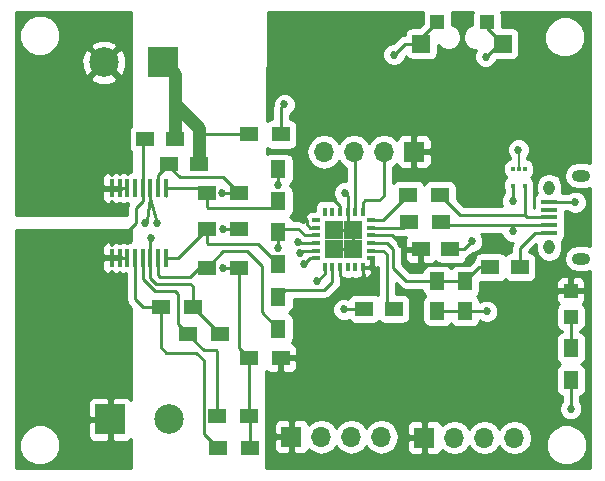
<source format=gbr>
G04 #@! TF.FileFunction,Copper,L1,Top,Signal*
%FSLAX46Y46*%
G04 Gerber Fmt 4.6, Leading zero omitted, Abs format (unit mm)*
G04 Created by KiCad (PCBNEW 4.0.5) date 2017 February 05, Sunday 16:15:56*
%MOMM*%
%LPD*%
G01*
G04 APERTURE LIST*
%ADD10C,0.100000*%
%ADD11R,1.500000X1.500000*%
%ADD12R,1.200000X1.200000*%
%ADD13R,1.500000X1.300000*%
%ADD14R,1.700000X1.700000*%
%ADD15O,1.700000X1.700000*%
%ADD16R,2.500000X2.500000*%
%ADD17C,2.500000*%
%ADD18R,1.250000X1.500000*%
%ADD19R,1.500000X1.250000*%
%ADD20R,1.350000X0.400000*%
%ADD21O,0.950000X1.250000*%
%ADD22O,1.550000X1.000000*%
%ADD23R,1.300000X1.500000*%
%ADD24R,0.750000X0.300000*%
%ADD25R,0.300000X0.750000*%
%ADD26R,1.600000X1.600000*%
%ADD27R,0.299720X0.449580*%
%ADD28R,0.450000X1.500000*%
%ADD29C,0.685800*%
%ADD30C,0.254000*%
%ADD31C,0.152400*%
%ADD32C,1.100000*%
G04 APERTURE END LIST*
D10*
D11*
X95038500Y-98352700D03*
D12*
X96388500Y-96502700D03*
X100588500Y-96502700D03*
D11*
X101938500Y-98352700D03*
D13*
X83138000Y-106045000D03*
X80438000Y-106045000D03*
D14*
X84023200Y-131648200D03*
D15*
X86563200Y-131648200D03*
X89103200Y-131648200D03*
X91643200Y-131648200D03*
D16*
X73152000Y-99949000D03*
D17*
X68152000Y-99949000D03*
D18*
X98729800Y-118472900D03*
X98729800Y-120972900D03*
D19*
X92690000Y-120802400D03*
X90190000Y-120802400D03*
X95003300Y-115747800D03*
X97503300Y-115747800D03*
X73680000Y-108508800D03*
X76180000Y-108508800D03*
X71648000Y-106426000D03*
X74148000Y-106426000D03*
D18*
X96393000Y-118460200D03*
X96393000Y-120960200D03*
D12*
X107696000Y-119296000D03*
X107696000Y-121496000D03*
D19*
X103383400Y-117284500D03*
X100883400Y-117284500D03*
D14*
X95300800Y-131711700D03*
D15*
X97840800Y-131711700D03*
X100380800Y-131711700D03*
X102920800Y-131711700D03*
D14*
X94411800Y-107518200D03*
D15*
X91871800Y-107518200D03*
X89331800Y-107518200D03*
X86791800Y-107518200D03*
D20*
X105863400Y-114355400D03*
X105863400Y-113705400D03*
X105863400Y-113055400D03*
X105863400Y-112405400D03*
X105863400Y-111755400D03*
D21*
X105863400Y-115555400D03*
X105863400Y-110555400D03*
D22*
X108563400Y-116555400D03*
X108563400Y-109555400D03*
D16*
X68707000Y-130175000D03*
D17*
X73707000Y-130175000D03*
D23*
X82931000Y-114347000D03*
X82931000Y-117047000D03*
X82931000Y-109013000D03*
X82931000Y-111713000D03*
D13*
X83138000Y-124968000D03*
X80438000Y-124968000D03*
D23*
X82931000Y-119808000D03*
X82931000Y-122508000D03*
D13*
X96701600Y-113436400D03*
X94001600Y-113436400D03*
X96625400Y-111175800D03*
X93925400Y-111175800D03*
D23*
X107696000Y-124126000D03*
X107696000Y-126826000D03*
D13*
X77796400Y-132613400D03*
X80496400Y-132613400D03*
X72970400Y-120650000D03*
X75670400Y-120650000D03*
X77771000Y-129844800D03*
X80471000Y-129844800D03*
X75307200Y-122961400D03*
X78007200Y-122961400D03*
X79582000Y-114046000D03*
X76882000Y-114046000D03*
X79582000Y-110998000D03*
X76882000Y-110998000D03*
X79582000Y-117348000D03*
X76882000Y-117348000D03*
D24*
X86143200Y-113284600D03*
X86143200Y-113934600D03*
X86143200Y-114584600D03*
X86143200Y-115234600D03*
X86143200Y-115884600D03*
X86143200Y-116534600D03*
D25*
X86843200Y-117234600D03*
X87493200Y-117234600D03*
X88143200Y-117234600D03*
X88793200Y-117234600D03*
X89443200Y-117234600D03*
X90093200Y-117234600D03*
D24*
X90793200Y-116534600D03*
X90793200Y-115884600D03*
X90793200Y-115234600D03*
X90793200Y-114584600D03*
X90793200Y-113934600D03*
X90793200Y-113284600D03*
D25*
X90093200Y-112584600D03*
X89443200Y-112584600D03*
X88793200Y-112584600D03*
X88143200Y-112584600D03*
X87493200Y-112584600D03*
X86843200Y-112584600D03*
D26*
X89268200Y-115709600D03*
X89268200Y-114109600D03*
X87668200Y-115709600D03*
X87668200Y-114109600D03*
D27*
X103776780Y-108976160D03*
X102776020Y-108976160D03*
X103776780Y-110378240D03*
X103276400Y-108976160D03*
X102776020Y-110378240D03*
D28*
X68845000Y-116488000D03*
X69495000Y-116488000D03*
X70145000Y-116488000D03*
X70795000Y-116488000D03*
X71445000Y-116488000D03*
X72095000Y-116488000D03*
X72745000Y-116488000D03*
X73395000Y-116488000D03*
X73395000Y-110588000D03*
X72745000Y-110588000D03*
X72095000Y-110588000D03*
X71445000Y-110588000D03*
X70795000Y-110588000D03*
X70145000Y-110588000D03*
X69495000Y-110588000D03*
X68845000Y-110588000D03*
D29*
X92722700Y-99288600D03*
X99301300Y-115087400D03*
X88468200Y-120865900D03*
X100584000Y-121005600D03*
X88544400Y-110998000D03*
X108051600Y-111785400D03*
X103251000Y-107340400D03*
X107696000Y-129286000D03*
X83439000Y-103505000D03*
X90081100Y-118706900D03*
X93294200Y-115303300D03*
X82931000Y-115697000D03*
X84582000Y-115138200D03*
X82905600Y-110363000D03*
X84759800Y-116103400D03*
X85140800Y-117017800D03*
X102768400Y-114236500D03*
X102768400Y-111658400D03*
X100469700Y-99453700D03*
X86233000Y-118465600D03*
X78219300Y-117335300D03*
X78219300Y-114046000D03*
X78193900Y-111023400D03*
X71628000Y-113538000D03*
X72644000Y-113538000D03*
X72136000Y-114808000D03*
D30*
X90793200Y-115234600D02*
X92146000Y-115234600D01*
X93771400Y-118460200D02*
X96393000Y-118460200D01*
X92633800Y-117322600D02*
X93771400Y-118460200D01*
X92633800Y-115722400D02*
X92633800Y-117322600D01*
X92146000Y-115234600D02*
X92633800Y-115722400D01*
X98729800Y-118472900D02*
X96405700Y-118472900D01*
X96405700Y-118472900D02*
X96393000Y-118460200D01*
X100883400Y-117284500D02*
X99918200Y-117284500D01*
X99918200Y-117284500D02*
X98729800Y-118472900D01*
X95038500Y-98352700D02*
X95038500Y-97852700D01*
X95038500Y-97852700D02*
X96388500Y-96502700D01*
X95038500Y-98352700D02*
X93658600Y-98352700D01*
X93658600Y-98352700D02*
X92722700Y-99288600D01*
X97503300Y-115747800D02*
X98640900Y-115747800D01*
X98640900Y-115747800D02*
X99301300Y-115087400D01*
X90190000Y-120802400D02*
X88531700Y-120802400D01*
X88531700Y-120802400D02*
X88468200Y-120865900D01*
X96393000Y-120960200D02*
X98717100Y-120960200D01*
X98717100Y-120960200D02*
X98729800Y-120972900D01*
X98729800Y-120972900D02*
X100551300Y-120972900D01*
X100551300Y-120972900D02*
X100584000Y-121005600D01*
X89268200Y-115709600D02*
X89268200Y-114109600D01*
X88793200Y-112584600D02*
X88793200Y-111246800D01*
X88793200Y-111246800D02*
X88544400Y-110998000D01*
X87668200Y-114109600D02*
X89268200Y-114109600D01*
X89268200Y-115709600D02*
X87668200Y-115709600D01*
X88793200Y-112584600D02*
X88793200Y-113634600D01*
X88793200Y-113634600D02*
X89268200Y-114109600D01*
X105863400Y-111755400D02*
X108021600Y-111755400D01*
X108021600Y-111755400D02*
X108051600Y-111785400D01*
D31*
X103276400Y-108976160D02*
X103276400Y-107365800D01*
X103276400Y-107365800D02*
X103251000Y-107340400D01*
D30*
X107696000Y-126826000D02*
X107696000Y-129286000D01*
X83138000Y-106045000D02*
X83138000Y-103806000D01*
X83138000Y-103806000D02*
X83439000Y-103505000D01*
X90793200Y-115884600D02*
X91805400Y-115884600D01*
X92100400Y-116179600D02*
X92100400Y-120212800D01*
X91805400Y-115884600D02*
X92100400Y-116179600D01*
X92100400Y-120212800D02*
X92690000Y-120802400D01*
X90093200Y-118694800D02*
X90093200Y-117234600D01*
X90081100Y-118706900D02*
X90093200Y-118694800D01*
X94558800Y-115303300D02*
X95003300Y-115747800D01*
X90793200Y-114584600D02*
X92575500Y-114584600D01*
X92575500Y-114584600D02*
X93294200Y-115303300D01*
X86143200Y-113934600D02*
X85639000Y-113934600D01*
X85318600Y-113284000D02*
X85064600Y-113030000D01*
X85318600Y-113614200D02*
X85318600Y-113284000D01*
X85639000Y-113934600D02*
X85318600Y-113614200D01*
X88143200Y-112584600D02*
X88143200Y-112120800D01*
X88143200Y-112120800D02*
X87401400Y-111379000D01*
X90093200Y-117234600D02*
X90093200Y-117957000D01*
X90093200Y-117957000D02*
X90144600Y-118008400D01*
X88143200Y-117234600D02*
X88143200Y-118039000D01*
X88143200Y-118039000D02*
X88417400Y-118313200D01*
X90793200Y-116534600D02*
X90793200Y-117234600D01*
X90793200Y-117234600D02*
X90093200Y-117234600D01*
X71445000Y-110588000D02*
X71445000Y-106629000D01*
X71445000Y-106629000D02*
X71648000Y-106426000D01*
X71445000Y-110588000D02*
X71445000Y-111689000D01*
X70866000Y-113538000D02*
X70104000Y-114300000D01*
X70866000Y-112268000D02*
X70866000Y-113538000D01*
X71445000Y-111689000D02*
X70866000Y-112268000D01*
X69495000Y-116488000D02*
X70145000Y-116488000D01*
X107696000Y-121496000D02*
X107696000Y-124126000D01*
X105863400Y-114355400D02*
X104668800Y-114355400D01*
X103383400Y-115640800D02*
X103383400Y-117284500D01*
X104668800Y-114355400D02*
X103383400Y-115640800D01*
X82931000Y-114347000D02*
X82931000Y-115697000D01*
X86143200Y-114584600D02*
X85146000Y-114584600D01*
X84607400Y-114046000D02*
X83232000Y-114046000D01*
X85146000Y-114584600D02*
X84607400Y-114046000D01*
X83232000Y-114046000D02*
X82931000Y-114347000D01*
X86143200Y-115234600D02*
X84678400Y-115234600D01*
X84678400Y-115234600D02*
X84582000Y-115138200D01*
X82931000Y-110337600D02*
X82931000Y-109013000D01*
X82905600Y-110363000D02*
X82931000Y-110337600D01*
X86143200Y-115884600D02*
X84978600Y-115884600D01*
X84978600Y-115884600D02*
X84759800Y-116103400D01*
X85624000Y-116534600D02*
X85140800Y-117017800D01*
X86143200Y-116534600D02*
X85624000Y-116534600D01*
X90093200Y-112584600D02*
X90093200Y-111811400D01*
X91871800Y-111226600D02*
X91871800Y-107518200D01*
X91490800Y-111607600D02*
X91871800Y-111226600D01*
X90297000Y-111607600D02*
X91490800Y-111607600D01*
X90093200Y-111811400D02*
X90297000Y-111607600D01*
X89443200Y-112584600D02*
X89443200Y-107629600D01*
X89443200Y-107629600D02*
X89331800Y-107518200D01*
X102768400Y-113705400D02*
X102768400Y-114236500D01*
X102776020Y-111650780D02*
X102776020Y-110378240D01*
X102776020Y-111650780D02*
X102768400Y-111658400D01*
X102768400Y-113705400D02*
X102768400Y-113703100D01*
X102768400Y-113703100D02*
X102768400Y-113705400D01*
X105863400Y-113705400D02*
X102768400Y-113705400D01*
X102768400Y-113705400D02*
X96970600Y-113705400D01*
X96970600Y-113705400D02*
X96701600Y-113436400D01*
X103776780Y-112844580D02*
X98294180Y-112844580D01*
X98294180Y-112844580D02*
X96625400Y-111175800D01*
X103776780Y-110378240D02*
X103776780Y-112844580D01*
X103776780Y-112844580D02*
X103987600Y-113055400D01*
X105863400Y-113055400D02*
X103987600Y-113055400D01*
X76882000Y-114046000D02*
X76882000Y-115236000D01*
X81200000Y-115316000D02*
X82931000Y-117047000D01*
X76962000Y-115316000D02*
X81200000Y-115316000D01*
X76882000Y-115236000D02*
X76962000Y-115316000D01*
X73395000Y-116488000D02*
X74440000Y-116488000D01*
X74440000Y-116488000D02*
X76882000Y-114046000D01*
X76882000Y-110998000D02*
X76882000Y-112188000D01*
X76962000Y-112268000D02*
X82376000Y-112268000D01*
X76882000Y-112188000D02*
X76962000Y-112268000D01*
X82376000Y-112268000D02*
X82931000Y-111713000D01*
X76472000Y-110588000D02*
X76882000Y-110998000D01*
X73395000Y-110588000D02*
X76472000Y-110588000D01*
X73395000Y-110588000D02*
X73395000Y-111241000D01*
X87493200Y-117234600D02*
X87493200Y-118526200D01*
X86817200Y-119202200D02*
X83536800Y-119202200D01*
X87493200Y-118526200D02*
X86817200Y-119202200D01*
X83536800Y-119202200D02*
X82931000Y-119808000D01*
X80264000Y-115951000D02*
X78279000Y-115951000D01*
X80264000Y-115951000D02*
X81534000Y-117221000D01*
X81534000Y-117221000D02*
X81534000Y-121111000D01*
X82931000Y-122508000D02*
X81534000Y-121111000D01*
X78279000Y-115951000D02*
X76882000Y-117348000D01*
X72885300Y-118097300D02*
X75463400Y-118097300D01*
X75463400Y-118097300D02*
X76212700Y-117348000D01*
X76212700Y-117348000D02*
X76882000Y-117348000D01*
X72745000Y-116488000D02*
X72745000Y-117957000D01*
X72745000Y-117957000D02*
X72885300Y-118097300D01*
X72885300Y-118097300D02*
X72898000Y-118110000D01*
X90793200Y-113934600D02*
X93503400Y-113934600D01*
X93503400Y-113934600D02*
X94001600Y-113436400D01*
X90793200Y-113284600D02*
X91816600Y-113284600D01*
X91816600Y-113284600D02*
X93925400Y-111175800D01*
X72970400Y-120650000D02*
X72970400Y-124075200D01*
X76631800Y-131448800D02*
X77796400Y-132613400D01*
X76631800Y-125171200D02*
X76631800Y-131448800D01*
X75996800Y-124536200D02*
X76631800Y-125171200D01*
X73431400Y-124536200D02*
X75996800Y-124536200D01*
X72970400Y-124075200D02*
X73431400Y-124536200D01*
X70795000Y-116488000D02*
X70795000Y-119994800D01*
X71450200Y-120650000D02*
X72970400Y-120650000D01*
X70795000Y-119994800D02*
X71450200Y-120650000D01*
X77771000Y-129844800D02*
X77771000Y-124413000D01*
X76606400Y-124307600D02*
X75307200Y-123008400D01*
X77665600Y-124307600D02*
X76606400Y-124307600D01*
X77771000Y-124413000D02*
X77665600Y-124307600D01*
X75307200Y-123008400D02*
X75307200Y-122961400D01*
X71445000Y-116488000D02*
X71445000Y-118257200D01*
X74447400Y-122101600D02*
X75307200Y-122961400D01*
X74447400Y-119583200D02*
X74447400Y-122101600D01*
X74168000Y-119303800D02*
X74447400Y-119583200D01*
X72491600Y-119303800D02*
X74168000Y-119303800D01*
X71445000Y-118257200D02*
X72491600Y-119303800D01*
X100469700Y-99453700D02*
X101570700Y-98352700D01*
X101570700Y-98352700D02*
X101938500Y-98352700D01*
X86843200Y-117234600D02*
X86843200Y-117855400D01*
X86843200Y-117855400D02*
X86233000Y-118465600D01*
X100588500Y-96502700D02*
X100588500Y-97002700D01*
X100588500Y-97002700D02*
X101938500Y-98352700D01*
X69495000Y-110588000D02*
X70145000Y-110588000D01*
X79582000Y-117348000D02*
X79582000Y-124112000D01*
X79582000Y-124112000D02*
X80438000Y-124968000D01*
X78232000Y-117348000D02*
X79582000Y-117348000D01*
X78219300Y-117335300D02*
X78232000Y-117348000D01*
X79582000Y-110998000D02*
X78219300Y-110998000D01*
X78219300Y-114046000D02*
X79582000Y-114046000D01*
X78219300Y-110998000D02*
X78193900Y-111023400D01*
X80496400Y-132613400D02*
X80496400Y-129870200D01*
X80496400Y-129870200D02*
X80471000Y-129844800D01*
X80471000Y-129844800D02*
X80471000Y-125001000D01*
X80471000Y-125001000D02*
X80438000Y-124968000D01*
X73680000Y-108508800D02*
X73680000Y-108782800D01*
X73680000Y-108782800D02*
X74574400Y-109677200D01*
X78261200Y-109677200D02*
X79582000Y-110998000D01*
X74574400Y-109677200D02*
X78261200Y-109677200D01*
X72745000Y-110588000D02*
X72745000Y-109443800D01*
X72745000Y-109443800D02*
X73680000Y-108508800D01*
X79582000Y-117348000D02*
X80010000Y-117348000D01*
X79582000Y-114046000D02*
X80010000Y-114046000D01*
X75670400Y-120650000D02*
X75695800Y-120650000D01*
X75695800Y-120650000D02*
X78007200Y-122961400D01*
X72095000Y-116488000D02*
X72095000Y-118170600D01*
X75670400Y-118875800D02*
X75670400Y-120650000D01*
X75463400Y-118668800D02*
X75670400Y-118875800D01*
X72593200Y-118668800D02*
X75463400Y-118668800D01*
X72095000Y-118170600D02*
X72593200Y-118668800D01*
X80438000Y-106045000D02*
X76708000Y-106045000D01*
X76708000Y-106045000D02*
X76180000Y-105517000D01*
D32*
X76180000Y-108508800D02*
X76180000Y-105517000D01*
X76180000Y-105517000D02*
X74148000Y-103485000D01*
X74148000Y-106426000D02*
X74148000Y-103485000D01*
X74148000Y-103485000D02*
X74148000Y-100945000D01*
X74148000Y-100945000D02*
X73152000Y-99949000D01*
D30*
X72095000Y-111465000D02*
X71841000Y-113325000D01*
X71841000Y-113325000D02*
X71628000Y-113538000D01*
X72095000Y-110588000D02*
X72095000Y-111465000D01*
X72095000Y-111465000D02*
X72644000Y-113538000D01*
X72095000Y-116488000D02*
X72095000Y-114849000D01*
X72095000Y-114849000D02*
X72136000Y-114808000D01*
G36*
X70485000Y-115103000D02*
X70416250Y-115103000D01*
X70395938Y-115123312D01*
X70334683Y-115134838D01*
X70140084Y-115260059D01*
X70079699Y-115199673D01*
X69893153Y-115122403D01*
X69873750Y-115103000D01*
X69766250Y-115103000D01*
X69746847Y-115122403D01*
X69560301Y-115199673D01*
X69495000Y-115264974D01*
X69429699Y-115199673D01*
X69243153Y-115122403D01*
X69223750Y-115103000D01*
X69116250Y-115103000D01*
X69096847Y-115122403D01*
X68910301Y-115199673D01*
X68732500Y-115377475D01*
X68732500Y-115261750D01*
X68573750Y-115103000D01*
X68493690Y-115103000D01*
X68260301Y-115199673D01*
X68081673Y-115378302D01*
X67985000Y-115611691D01*
X67985000Y-116202250D01*
X68143750Y-116361000D01*
X68732500Y-116361000D01*
X68732500Y-116299750D01*
X68793750Y-116361000D01*
X69642000Y-116361000D01*
X69642000Y-116615000D01*
X68793750Y-116615000D01*
X68732500Y-116676250D01*
X68732500Y-116615000D01*
X68143750Y-116615000D01*
X67985000Y-116773750D01*
X67985000Y-117364309D01*
X68081673Y-117597698D01*
X68260301Y-117776327D01*
X68493690Y-117873000D01*
X68573750Y-117873000D01*
X68732500Y-117714250D01*
X68732500Y-117598525D01*
X68910301Y-117776327D01*
X69096847Y-117853597D01*
X69116250Y-117873000D01*
X69223750Y-117873000D01*
X69243153Y-117853597D01*
X69429699Y-117776327D01*
X69495000Y-117711026D01*
X69560301Y-117776327D01*
X69746847Y-117853597D01*
X69766250Y-117873000D01*
X69873750Y-117873000D01*
X69893153Y-117853597D01*
X70017998Y-117801884D01*
X70017998Y-117873000D01*
X70033000Y-117873000D01*
X70033000Y-119994800D01*
X70091004Y-120286405D01*
X70139107Y-120358396D01*
X70256185Y-120533615D01*
X70485000Y-120762430D01*
X70485000Y-128554974D01*
X70316698Y-128386673D01*
X70083309Y-128290000D01*
X68992750Y-128290000D01*
X68834000Y-128448750D01*
X68834000Y-130048000D01*
X68854000Y-130048000D01*
X68854000Y-130302000D01*
X68834000Y-130302000D01*
X68834000Y-131901250D01*
X68992750Y-132060000D01*
X70083309Y-132060000D01*
X70316698Y-131963327D01*
X70485000Y-131795026D01*
X70485000Y-134290000D01*
X60710000Y-134290000D01*
X60710000Y-132677599D01*
X61002699Y-132677599D01*
X61266281Y-133315515D01*
X61753918Y-133804004D01*
X62391373Y-134068699D01*
X63081599Y-134069301D01*
X63719515Y-133805719D01*
X64208004Y-133318082D01*
X64472699Y-132680627D01*
X64473301Y-131990401D01*
X64209719Y-131352485D01*
X63722082Y-130863996D01*
X63084627Y-130599301D01*
X62394401Y-130598699D01*
X61756485Y-130862281D01*
X61267996Y-131349918D01*
X61003301Y-131987373D01*
X61002699Y-132677599D01*
X60710000Y-132677599D01*
X60710000Y-130460750D01*
X66822000Y-130460750D01*
X66822000Y-131551310D01*
X66918673Y-131784699D01*
X67097302Y-131963327D01*
X67330691Y-132060000D01*
X68421250Y-132060000D01*
X68580000Y-131901250D01*
X68580000Y-130302000D01*
X66980750Y-130302000D01*
X66822000Y-130460750D01*
X60710000Y-130460750D01*
X60710000Y-128798690D01*
X66822000Y-128798690D01*
X66822000Y-129889250D01*
X66980750Y-130048000D01*
X68580000Y-130048000D01*
X68580000Y-128448750D01*
X68421250Y-128290000D01*
X67330691Y-128290000D01*
X67097302Y-128386673D01*
X66918673Y-128565301D01*
X66822000Y-128798690D01*
X60710000Y-128798690D01*
X60710000Y-114173000D01*
X70485000Y-114173000D01*
X70485000Y-115103000D01*
X70485000Y-115103000D01*
G37*
X70485000Y-115103000D02*
X70416250Y-115103000D01*
X70395938Y-115123312D01*
X70334683Y-115134838D01*
X70140084Y-115260059D01*
X70079699Y-115199673D01*
X69893153Y-115122403D01*
X69873750Y-115103000D01*
X69766250Y-115103000D01*
X69746847Y-115122403D01*
X69560301Y-115199673D01*
X69495000Y-115264974D01*
X69429699Y-115199673D01*
X69243153Y-115122403D01*
X69223750Y-115103000D01*
X69116250Y-115103000D01*
X69096847Y-115122403D01*
X68910301Y-115199673D01*
X68732500Y-115377475D01*
X68732500Y-115261750D01*
X68573750Y-115103000D01*
X68493690Y-115103000D01*
X68260301Y-115199673D01*
X68081673Y-115378302D01*
X67985000Y-115611691D01*
X67985000Y-116202250D01*
X68143750Y-116361000D01*
X68732500Y-116361000D01*
X68732500Y-116299750D01*
X68793750Y-116361000D01*
X69642000Y-116361000D01*
X69642000Y-116615000D01*
X68793750Y-116615000D01*
X68732500Y-116676250D01*
X68732500Y-116615000D01*
X68143750Y-116615000D01*
X67985000Y-116773750D01*
X67985000Y-117364309D01*
X68081673Y-117597698D01*
X68260301Y-117776327D01*
X68493690Y-117873000D01*
X68573750Y-117873000D01*
X68732500Y-117714250D01*
X68732500Y-117598525D01*
X68910301Y-117776327D01*
X69096847Y-117853597D01*
X69116250Y-117873000D01*
X69223750Y-117873000D01*
X69243153Y-117853597D01*
X69429699Y-117776327D01*
X69495000Y-117711026D01*
X69560301Y-117776327D01*
X69746847Y-117853597D01*
X69766250Y-117873000D01*
X69873750Y-117873000D01*
X69893153Y-117853597D01*
X70017998Y-117801884D01*
X70017998Y-117873000D01*
X70033000Y-117873000D01*
X70033000Y-119994800D01*
X70091004Y-120286405D01*
X70139107Y-120358396D01*
X70256185Y-120533615D01*
X70485000Y-120762430D01*
X70485000Y-128554974D01*
X70316698Y-128386673D01*
X70083309Y-128290000D01*
X68992750Y-128290000D01*
X68834000Y-128448750D01*
X68834000Y-130048000D01*
X68854000Y-130048000D01*
X68854000Y-130302000D01*
X68834000Y-130302000D01*
X68834000Y-131901250D01*
X68992750Y-132060000D01*
X70083309Y-132060000D01*
X70316698Y-131963327D01*
X70485000Y-131795026D01*
X70485000Y-134290000D01*
X60710000Y-134290000D01*
X60710000Y-132677599D01*
X61002699Y-132677599D01*
X61266281Y-133315515D01*
X61753918Y-133804004D01*
X62391373Y-134068699D01*
X63081599Y-134069301D01*
X63719515Y-133805719D01*
X64208004Y-133318082D01*
X64472699Y-132680627D01*
X64473301Y-131990401D01*
X64209719Y-131352485D01*
X63722082Y-130863996D01*
X63084627Y-130599301D01*
X62394401Y-130598699D01*
X61756485Y-130862281D01*
X61267996Y-131349918D01*
X61003301Y-131987373D01*
X61002699Y-132677599D01*
X60710000Y-132677599D01*
X60710000Y-130460750D01*
X66822000Y-130460750D01*
X66822000Y-131551310D01*
X66918673Y-131784699D01*
X67097302Y-131963327D01*
X67330691Y-132060000D01*
X68421250Y-132060000D01*
X68580000Y-131901250D01*
X68580000Y-130302000D01*
X66980750Y-130302000D01*
X66822000Y-130460750D01*
X60710000Y-130460750D01*
X60710000Y-128798690D01*
X66822000Y-128798690D01*
X66822000Y-129889250D01*
X66980750Y-130048000D01*
X68580000Y-130048000D01*
X68580000Y-128448750D01*
X68421250Y-128290000D01*
X67330691Y-128290000D01*
X67097302Y-128386673D01*
X66918673Y-128565301D01*
X66822000Y-128798690D01*
X60710000Y-128798690D01*
X60710000Y-114173000D01*
X70485000Y-114173000D01*
X70485000Y-115103000D01*
G36*
X70485000Y-105312174D02*
X70446559Y-105336910D01*
X70301569Y-105549110D01*
X70250560Y-105801000D01*
X70250560Y-107051000D01*
X70294838Y-107286317D01*
X70433910Y-107502441D01*
X70485000Y-107537349D01*
X70485000Y-109203000D01*
X70416250Y-109203000D01*
X70395938Y-109223312D01*
X70334683Y-109234838D01*
X70140084Y-109360059D01*
X70079699Y-109299673D01*
X69893153Y-109222403D01*
X69873750Y-109203000D01*
X69766250Y-109203000D01*
X69746847Y-109222403D01*
X69560301Y-109299673D01*
X69495000Y-109364974D01*
X69429699Y-109299673D01*
X69243153Y-109222403D01*
X69223750Y-109203000D01*
X69116250Y-109203000D01*
X69096847Y-109222403D01*
X68910301Y-109299673D01*
X68732500Y-109477475D01*
X68732500Y-109361750D01*
X68573750Y-109203000D01*
X68493690Y-109203000D01*
X68260301Y-109299673D01*
X68081673Y-109478302D01*
X67985000Y-109711691D01*
X67985000Y-110302250D01*
X68143750Y-110461000D01*
X68732500Y-110461000D01*
X68732500Y-110399750D01*
X68793750Y-110461000D01*
X69642000Y-110461000D01*
X69642000Y-110715000D01*
X68793750Y-110715000D01*
X68732500Y-110776250D01*
X68732500Y-110715000D01*
X68143750Y-110715000D01*
X67985000Y-110873750D01*
X67985000Y-111464309D01*
X68081673Y-111697698D01*
X68260301Y-111876327D01*
X68493690Y-111973000D01*
X68573750Y-111973000D01*
X68732500Y-111814250D01*
X68732500Y-111698525D01*
X68910301Y-111876327D01*
X69096847Y-111953597D01*
X69116250Y-111973000D01*
X69223750Y-111973000D01*
X69243153Y-111953597D01*
X69429699Y-111876327D01*
X69495000Y-111811026D01*
X69560301Y-111876327D01*
X69746847Y-111953597D01*
X69766250Y-111973000D01*
X69873750Y-111973000D01*
X69893153Y-111953597D01*
X70079699Y-111876327D01*
X70141956Y-111814070D01*
X70230185Y-111874355D01*
X70162004Y-111976395D01*
X70104000Y-112268000D01*
X70104000Y-112903000D01*
X60710000Y-112903000D01*
X60710000Y-101282320D01*
X66998285Y-101282320D01*
X67127533Y-101575123D01*
X67827806Y-101843388D01*
X68577435Y-101823250D01*
X69176467Y-101575123D01*
X69305715Y-101282320D01*
X68152000Y-100128605D01*
X66998285Y-101282320D01*
X60710000Y-101282320D01*
X60710000Y-99624806D01*
X66257612Y-99624806D01*
X66277750Y-100374435D01*
X66525877Y-100973467D01*
X66818680Y-101102715D01*
X67972395Y-99949000D01*
X68331605Y-99949000D01*
X69485320Y-101102715D01*
X69778123Y-100973467D01*
X70046388Y-100273194D01*
X70026250Y-99523565D01*
X69778123Y-98924533D01*
X69485320Y-98795285D01*
X68331605Y-99949000D01*
X67972395Y-99949000D01*
X66818680Y-98795285D01*
X66525877Y-98924533D01*
X66257612Y-99624806D01*
X60710000Y-99624806D01*
X60710000Y-98006599D01*
X61002699Y-98006599D01*
X61266281Y-98644515D01*
X61753918Y-99133004D01*
X62391373Y-99397699D01*
X63081599Y-99398301D01*
X63719515Y-99134719D01*
X64208004Y-98647082D01*
X64221043Y-98615680D01*
X66998285Y-98615680D01*
X68152000Y-99769395D01*
X69305715Y-98615680D01*
X69176467Y-98322877D01*
X68476194Y-98054612D01*
X67726565Y-98074750D01*
X67127533Y-98322877D01*
X66998285Y-98615680D01*
X64221043Y-98615680D01*
X64472699Y-98009627D01*
X64473301Y-97319401D01*
X64209719Y-96681485D01*
X63722082Y-96192996D01*
X63084627Y-95928301D01*
X62394401Y-95927699D01*
X61756485Y-96191281D01*
X61267996Y-96678918D01*
X61003301Y-97316373D01*
X61002699Y-98006599D01*
X60710000Y-98006599D01*
X60710000Y-95710000D01*
X70485000Y-95710000D01*
X70485000Y-105312174D01*
X70485000Y-105312174D01*
G37*
X70485000Y-105312174D02*
X70446559Y-105336910D01*
X70301569Y-105549110D01*
X70250560Y-105801000D01*
X70250560Y-107051000D01*
X70294838Y-107286317D01*
X70433910Y-107502441D01*
X70485000Y-107537349D01*
X70485000Y-109203000D01*
X70416250Y-109203000D01*
X70395938Y-109223312D01*
X70334683Y-109234838D01*
X70140084Y-109360059D01*
X70079699Y-109299673D01*
X69893153Y-109222403D01*
X69873750Y-109203000D01*
X69766250Y-109203000D01*
X69746847Y-109222403D01*
X69560301Y-109299673D01*
X69495000Y-109364974D01*
X69429699Y-109299673D01*
X69243153Y-109222403D01*
X69223750Y-109203000D01*
X69116250Y-109203000D01*
X69096847Y-109222403D01*
X68910301Y-109299673D01*
X68732500Y-109477475D01*
X68732500Y-109361750D01*
X68573750Y-109203000D01*
X68493690Y-109203000D01*
X68260301Y-109299673D01*
X68081673Y-109478302D01*
X67985000Y-109711691D01*
X67985000Y-110302250D01*
X68143750Y-110461000D01*
X68732500Y-110461000D01*
X68732500Y-110399750D01*
X68793750Y-110461000D01*
X69642000Y-110461000D01*
X69642000Y-110715000D01*
X68793750Y-110715000D01*
X68732500Y-110776250D01*
X68732500Y-110715000D01*
X68143750Y-110715000D01*
X67985000Y-110873750D01*
X67985000Y-111464309D01*
X68081673Y-111697698D01*
X68260301Y-111876327D01*
X68493690Y-111973000D01*
X68573750Y-111973000D01*
X68732500Y-111814250D01*
X68732500Y-111698525D01*
X68910301Y-111876327D01*
X69096847Y-111953597D01*
X69116250Y-111973000D01*
X69223750Y-111973000D01*
X69243153Y-111953597D01*
X69429699Y-111876327D01*
X69495000Y-111811026D01*
X69560301Y-111876327D01*
X69746847Y-111953597D01*
X69766250Y-111973000D01*
X69873750Y-111973000D01*
X69893153Y-111953597D01*
X70079699Y-111876327D01*
X70141956Y-111814070D01*
X70230185Y-111874355D01*
X70162004Y-111976395D01*
X70104000Y-112268000D01*
X70104000Y-112903000D01*
X60710000Y-112903000D01*
X60710000Y-101282320D01*
X66998285Y-101282320D01*
X67127533Y-101575123D01*
X67827806Y-101843388D01*
X68577435Y-101823250D01*
X69176467Y-101575123D01*
X69305715Y-101282320D01*
X68152000Y-100128605D01*
X66998285Y-101282320D01*
X60710000Y-101282320D01*
X60710000Y-99624806D01*
X66257612Y-99624806D01*
X66277750Y-100374435D01*
X66525877Y-100973467D01*
X66818680Y-101102715D01*
X67972395Y-99949000D01*
X68331605Y-99949000D01*
X69485320Y-101102715D01*
X69778123Y-100973467D01*
X70046388Y-100273194D01*
X70026250Y-99523565D01*
X69778123Y-98924533D01*
X69485320Y-98795285D01*
X68331605Y-99949000D01*
X67972395Y-99949000D01*
X66818680Y-98795285D01*
X66525877Y-98924533D01*
X66257612Y-99624806D01*
X60710000Y-99624806D01*
X60710000Y-98006599D01*
X61002699Y-98006599D01*
X61266281Y-98644515D01*
X61753918Y-99133004D01*
X62391373Y-99397699D01*
X63081599Y-99398301D01*
X63719515Y-99134719D01*
X64208004Y-98647082D01*
X64221043Y-98615680D01*
X66998285Y-98615680D01*
X68152000Y-99769395D01*
X69305715Y-98615680D01*
X69176467Y-98322877D01*
X68476194Y-98054612D01*
X67726565Y-98074750D01*
X67127533Y-98322877D01*
X66998285Y-98615680D01*
X64221043Y-98615680D01*
X64472699Y-98009627D01*
X64473301Y-97319401D01*
X64209719Y-96681485D01*
X63722082Y-96192996D01*
X63084627Y-95928301D01*
X62394401Y-95927699D01*
X61756485Y-96191281D01*
X61267996Y-96678918D01*
X61003301Y-97316373D01*
X61002699Y-98006599D01*
X60710000Y-98006599D01*
X60710000Y-95710000D01*
X70485000Y-95710000D01*
X70485000Y-105312174D01*
G36*
X95141060Y-95902700D02*
X95141060Y-96672510D01*
X94858310Y-96955260D01*
X94288500Y-96955260D01*
X94053183Y-96999538D01*
X93837059Y-97138610D01*
X93692069Y-97350810D01*
X93642856Y-97593832D01*
X93366995Y-97648704D01*
X93119784Y-97813885D01*
X92623057Y-98310613D01*
X92529037Y-98310531D01*
X92169488Y-98459093D01*
X91894160Y-98733941D01*
X91744970Y-99093230D01*
X91744631Y-99482263D01*
X91893193Y-99841812D01*
X92168041Y-100117140D01*
X92527330Y-100266330D01*
X92916363Y-100266669D01*
X93275912Y-100118107D01*
X93551240Y-99843259D01*
X93700430Y-99483970D01*
X93700513Y-99388417D01*
X93711013Y-99377917D01*
X93824410Y-99554141D01*
X94036610Y-99699131D01*
X94288500Y-99750140D01*
X95788500Y-99750140D01*
X96023817Y-99705862D01*
X96239941Y-99566790D01*
X96384931Y-99354590D01*
X96435940Y-99102700D01*
X96435940Y-98434325D01*
X96723095Y-98721982D01*
X97121733Y-98887511D01*
X97553373Y-98887888D01*
X97952300Y-98723054D01*
X98257782Y-98418105D01*
X98423311Y-98019467D01*
X98423688Y-97587827D01*
X98258854Y-97188900D01*
X97953905Y-96883418D01*
X97635940Y-96751387D01*
X97635940Y-95902700D01*
X97599681Y-95710000D01*
X99380083Y-95710000D01*
X99341060Y-95902700D01*
X99341060Y-96751628D01*
X99024700Y-96882346D01*
X98719218Y-97187295D01*
X98553689Y-97585933D01*
X98553312Y-98017573D01*
X98718146Y-98416500D01*
X99023095Y-98721982D01*
X99421733Y-98887511D01*
X99652508Y-98887713D01*
X99641160Y-98899041D01*
X99491970Y-99258330D01*
X99491631Y-99647363D01*
X99640193Y-100006912D01*
X99915041Y-100282240D01*
X100274330Y-100431430D01*
X100663363Y-100431769D01*
X101022912Y-100283207D01*
X101298240Y-100008359D01*
X101405462Y-99750140D01*
X102688500Y-99750140D01*
X102923817Y-99705862D01*
X103139941Y-99566790D01*
X103284931Y-99354590D01*
X103335940Y-99102700D01*
X103335940Y-98133599D01*
X105452699Y-98133599D01*
X105716281Y-98771515D01*
X106203918Y-99260004D01*
X106841373Y-99524699D01*
X107531599Y-99525301D01*
X108169515Y-99261719D01*
X108658004Y-98774082D01*
X108922699Y-98136627D01*
X108923301Y-97446401D01*
X108659719Y-96808485D01*
X108172082Y-96319996D01*
X107534627Y-96055301D01*
X106844401Y-96054699D01*
X106206485Y-96318281D01*
X105717996Y-96805918D01*
X105453301Y-97443373D01*
X105452699Y-98133599D01*
X103335940Y-98133599D01*
X103335940Y-97602700D01*
X103291662Y-97367383D01*
X103152590Y-97151259D01*
X102940390Y-97006269D01*
X102688500Y-96955260D01*
X101835940Y-96955260D01*
X101835940Y-95902700D01*
X101799681Y-95710000D01*
X109290000Y-95710000D01*
X109290000Y-108504734D01*
X108866024Y-108420400D01*
X108260776Y-108420400D01*
X107826430Y-108506797D01*
X107458210Y-108752834D01*
X107212173Y-109121054D01*
X107125776Y-109555400D01*
X107212173Y-109989746D01*
X107458210Y-110357966D01*
X107826430Y-110604003D01*
X108260776Y-110690400D01*
X108866024Y-110690400D01*
X109290000Y-110606066D01*
X109290000Y-115504734D01*
X108866024Y-115420400D01*
X108260776Y-115420400D01*
X107826430Y-115506797D01*
X107458210Y-115752834D01*
X107212173Y-116121054D01*
X107125776Y-116555400D01*
X107212173Y-116989746D01*
X107458210Y-117357966D01*
X107826430Y-117604003D01*
X108260776Y-117690400D01*
X108866024Y-117690400D01*
X109290000Y-117606066D01*
X109290000Y-134290000D01*
X81915000Y-134290000D01*
X81915000Y-131933950D01*
X82538200Y-131933950D01*
X82538200Y-132624509D01*
X82634873Y-132857898D01*
X82813501Y-133036527D01*
X83046890Y-133133200D01*
X83737450Y-133133200D01*
X83896200Y-132974450D01*
X83896200Y-131775200D01*
X82696950Y-131775200D01*
X82538200Y-131933950D01*
X81915000Y-131933950D01*
X81915000Y-130671891D01*
X82538200Y-130671891D01*
X82538200Y-131362450D01*
X82696950Y-131521200D01*
X83896200Y-131521200D01*
X83896200Y-130321950D01*
X84150200Y-130321950D01*
X84150200Y-131521200D01*
X84170200Y-131521200D01*
X84170200Y-131775200D01*
X84150200Y-131775200D01*
X84150200Y-132974450D01*
X84308950Y-133133200D01*
X84999510Y-133133200D01*
X85232899Y-133036527D01*
X85411527Y-132857898D01*
X85483797Y-132683423D01*
X85513146Y-132727347D01*
X85994915Y-133049254D01*
X86563200Y-133162293D01*
X87131485Y-133049254D01*
X87613254Y-132727347D01*
X87833200Y-132398174D01*
X88053146Y-132727347D01*
X88534915Y-133049254D01*
X89103200Y-133162293D01*
X89671485Y-133049254D01*
X90153254Y-132727347D01*
X90373200Y-132398174D01*
X90593146Y-132727347D01*
X91074915Y-133049254D01*
X91643200Y-133162293D01*
X92211485Y-133049254D01*
X92693254Y-132727347D01*
X93015161Y-132245578D01*
X93064516Y-131997450D01*
X93815800Y-131997450D01*
X93815800Y-132688009D01*
X93912473Y-132921398D01*
X94091101Y-133100027D01*
X94324490Y-133196700D01*
X95015050Y-133196700D01*
X95173800Y-133037950D01*
X95173800Y-131838700D01*
X93974550Y-131838700D01*
X93815800Y-131997450D01*
X93064516Y-131997450D01*
X93128200Y-131677293D01*
X93128200Y-131619107D01*
X93015161Y-131050822D01*
X92804398Y-130735391D01*
X93815800Y-130735391D01*
X93815800Y-131425950D01*
X93974550Y-131584700D01*
X95173800Y-131584700D01*
X95173800Y-130385450D01*
X95427800Y-130385450D01*
X95427800Y-131584700D01*
X95447800Y-131584700D01*
X95447800Y-131838700D01*
X95427800Y-131838700D01*
X95427800Y-133037950D01*
X95586550Y-133196700D01*
X96277110Y-133196700D01*
X96510499Y-133100027D01*
X96689127Y-132921398D01*
X96761397Y-132746923D01*
X96790746Y-132790847D01*
X97272515Y-133112754D01*
X97840800Y-133225793D01*
X98409085Y-133112754D01*
X98890854Y-132790847D01*
X99110800Y-132461674D01*
X99330746Y-132790847D01*
X99812515Y-133112754D01*
X100380800Y-133225793D01*
X100949085Y-133112754D01*
X101430854Y-132790847D01*
X101650800Y-132461674D01*
X101870746Y-132790847D01*
X102352515Y-133112754D01*
X102920800Y-133225793D01*
X103489085Y-133112754D01*
X103970854Y-132790847D01*
X104046523Y-132677599D01*
X105579699Y-132677599D01*
X105843281Y-133315515D01*
X106330918Y-133804004D01*
X106968373Y-134068699D01*
X107658599Y-134069301D01*
X108296515Y-133805719D01*
X108785004Y-133318082D01*
X109049699Y-132680627D01*
X109050301Y-131990401D01*
X108786719Y-131352485D01*
X108299082Y-130863996D01*
X107661627Y-130599301D01*
X106971401Y-130598699D01*
X106333485Y-130862281D01*
X105844996Y-131349918D01*
X105580301Y-131987373D01*
X105579699Y-132677599D01*
X104046523Y-132677599D01*
X104292761Y-132309078D01*
X104405800Y-131740793D01*
X104405800Y-131682607D01*
X104292761Y-131114322D01*
X103970854Y-130632553D01*
X103489085Y-130310646D01*
X102920800Y-130197607D01*
X102352515Y-130310646D01*
X101870746Y-130632553D01*
X101650800Y-130961726D01*
X101430854Y-130632553D01*
X100949085Y-130310646D01*
X100380800Y-130197607D01*
X99812515Y-130310646D01*
X99330746Y-130632553D01*
X99110800Y-130961726D01*
X98890854Y-130632553D01*
X98409085Y-130310646D01*
X97840800Y-130197607D01*
X97272515Y-130310646D01*
X96790746Y-130632553D01*
X96761397Y-130676477D01*
X96689127Y-130502002D01*
X96510499Y-130323373D01*
X96277110Y-130226700D01*
X95586550Y-130226700D01*
X95427800Y-130385450D01*
X95173800Y-130385450D01*
X95015050Y-130226700D01*
X94324490Y-130226700D01*
X94091101Y-130323373D01*
X93912473Y-130502002D01*
X93815800Y-130735391D01*
X92804398Y-130735391D01*
X92693254Y-130569053D01*
X92211485Y-130247146D01*
X91643200Y-130134107D01*
X91074915Y-130247146D01*
X90593146Y-130569053D01*
X90373200Y-130898226D01*
X90153254Y-130569053D01*
X89671485Y-130247146D01*
X89103200Y-130134107D01*
X88534915Y-130247146D01*
X88053146Y-130569053D01*
X87833200Y-130898226D01*
X87613254Y-130569053D01*
X87131485Y-130247146D01*
X86563200Y-130134107D01*
X85994915Y-130247146D01*
X85513146Y-130569053D01*
X85483797Y-130612977D01*
X85411527Y-130438502D01*
X85232899Y-130259873D01*
X84999510Y-130163200D01*
X84308950Y-130163200D01*
X84150200Y-130321950D01*
X83896200Y-130321950D01*
X83737450Y-130163200D01*
X83046890Y-130163200D01*
X82813501Y-130259873D01*
X82634873Y-130438502D01*
X82538200Y-130671891D01*
X81915000Y-130671891D01*
X81915000Y-126043026D01*
X82028302Y-126156327D01*
X82261691Y-126253000D01*
X82852250Y-126253000D01*
X83011000Y-126094250D01*
X83011000Y-125095000D01*
X83265000Y-125095000D01*
X83265000Y-126094250D01*
X83423750Y-126253000D01*
X84014309Y-126253000D01*
X84247698Y-126156327D01*
X84426327Y-125977699D01*
X84523000Y-125744310D01*
X84523000Y-125253750D01*
X84364250Y-125095000D01*
X83265000Y-125095000D01*
X83011000Y-125095000D01*
X82991000Y-125095000D01*
X82991000Y-124841000D01*
X83011000Y-124841000D01*
X83011000Y-124821000D01*
X83265000Y-124821000D01*
X83265000Y-124841000D01*
X84364250Y-124841000D01*
X84523000Y-124682250D01*
X84523000Y-124191690D01*
X84426327Y-123958301D01*
X84247698Y-123779673D01*
X84049259Y-123697477D01*
X84177431Y-123509890D01*
X84204544Y-123376000D01*
X106398560Y-123376000D01*
X106398560Y-124876000D01*
X106442838Y-125111317D01*
X106581910Y-125327441D01*
X106794110Y-125472431D01*
X106807197Y-125475081D01*
X106594559Y-125611910D01*
X106449569Y-125824110D01*
X106398560Y-126076000D01*
X106398560Y-127576000D01*
X106442838Y-127811317D01*
X106581910Y-128027441D01*
X106794110Y-128172431D01*
X106934000Y-128200759D01*
X106934000Y-128664917D01*
X106867460Y-128731341D01*
X106718270Y-129090630D01*
X106717931Y-129479663D01*
X106866493Y-129839212D01*
X107141341Y-130114540D01*
X107500630Y-130263730D01*
X107889663Y-130264069D01*
X108249212Y-130115507D01*
X108524540Y-129840659D01*
X108673730Y-129481370D01*
X108674069Y-129092337D01*
X108525507Y-128732788D01*
X108458000Y-128665163D01*
X108458000Y-128202366D01*
X108581317Y-128179162D01*
X108797441Y-128040090D01*
X108942431Y-127827890D01*
X108993440Y-127576000D01*
X108993440Y-126076000D01*
X108949162Y-125840683D01*
X108810090Y-125624559D01*
X108597890Y-125479569D01*
X108584803Y-125476919D01*
X108797441Y-125340090D01*
X108942431Y-125127890D01*
X108993440Y-124876000D01*
X108993440Y-123376000D01*
X108949162Y-123140683D01*
X108810090Y-122924559D01*
X108597890Y-122779569D01*
X108458000Y-122751241D01*
X108458000Y-122712958D01*
X108531317Y-122699162D01*
X108747441Y-122560090D01*
X108892431Y-122347890D01*
X108943440Y-122096000D01*
X108943440Y-120896000D01*
X108899162Y-120660683D01*
X108760090Y-120444559D01*
X108691994Y-120398031D01*
X108834327Y-120255698D01*
X108931000Y-120022309D01*
X108931000Y-119581750D01*
X108772250Y-119423000D01*
X107823000Y-119423000D01*
X107823000Y-119443000D01*
X107569000Y-119443000D01*
X107569000Y-119423000D01*
X106619750Y-119423000D01*
X106461000Y-119581750D01*
X106461000Y-120022309D01*
X106557673Y-120255698D01*
X106698910Y-120396936D01*
X106644559Y-120431910D01*
X106499569Y-120644110D01*
X106448560Y-120896000D01*
X106448560Y-122096000D01*
X106492838Y-122331317D01*
X106631910Y-122547441D01*
X106844110Y-122692431D01*
X106934000Y-122710634D01*
X106934000Y-122749634D01*
X106810683Y-122772838D01*
X106594559Y-122911910D01*
X106449569Y-123124110D01*
X106398560Y-123376000D01*
X84204544Y-123376000D01*
X84228440Y-123258000D01*
X84228440Y-121758000D01*
X84184162Y-121522683D01*
X84045090Y-121306559D01*
X83832890Y-121161569D01*
X83819803Y-121158919D01*
X84032441Y-121022090D01*
X84177431Y-120809890D01*
X84228440Y-120558000D01*
X84228440Y-119964200D01*
X86817200Y-119964200D01*
X87108805Y-119906196D01*
X87356015Y-119741015D01*
X88032015Y-119065016D01*
X88197196Y-118817805D01*
X88227912Y-118663384D01*
X88255200Y-118526200D01*
X88255200Y-118244600D01*
X88270202Y-118244600D01*
X88270202Y-118137852D01*
X88376950Y-118244600D01*
X88419510Y-118244600D01*
X88472789Y-118222531D01*
X88643200Y-118257040D01*
X88943200Y-118257040D01*
X89124624Y-118222903D01*
X89293200Y-118257040D01*
X89593200Y-118257040D01*
X89767668Y-118224212D01*
X89816890Y-118244600D01*
X89859450Y-118244600D01*
X90004584Y-118099466D01*
X90044641Y-118073690D01*
X90168200Y-117892855D01*
X90168200Y-118085850D01*
X90326950Y-118244600D01*
X90369510Y-118244600D01*
X90602899Y-118147927D01*
X90781527Y-117969298D01*
X90878200Y-117735909D01*
X90878200Y-117520350D01*
X90719450Y-117361600D01*
X90240640Y-117361600D01*
X90240640Y-117298371D01*
X90291891Y-117319600D01*
X90507450Y-117319600D01*
X90666200Y-117160850D01*
X90666200Y-117107600D01*
X90719450Y-117107600D01*
X90878200Y-116948850D01*
X90878200Y-116733291D01*
X90856971Y-116682040D01*
X90920200Y-116682040D01*
X90920200Y-117160850D01*
X91078950Y-117319600D01*
X91294509Y-117319600D01*
X91338400Y-117301420D01*
X91338400Y-119681075D01*
X91191890Y-119580969D01*
X90940000Y-119529960D01*
X89440000Y-119529960D01*
X89204683Y-119574238D01*
X88988559Y-119713310D01*
X88843569Y-119925510D01*
X88836582Y-119960011D01*
X88663570Y-119888170D01*
X88274537Y-119887831D01*
X87914988Y-120036393D01*
X87639660Y-120311241D01*
X87490470Y-120670530D01*
X87490131Y-121059563D01*
X87638693Y-121419112D01*
X87913541Y-121694440D01*
X88272830Y-121843630D01*
X88661863Y-121843969D01*
X88892222Y-121748787D01*
X88975910Y-121878841D01*
X89188110Y-122023831D01*
X89440000Y-122074840D01*
X90940000Y-122074840D01*
X91175317Y-122030562D01*
X91391441Y-121891490D01*
X91439134Y-121821689D01*
X91475910Y-121878841D01*
X91688110Y-122023831D01*
X91940000Y-122074840D01*
X93440000Y-122074840D01*
X93675317Y-122030562D01*
X93891441Y-121891490D01*
X94036431Y-121679290D01*
X94087440Y-121427400D01*
X94087440Y-120177400D01*
X94043162Y-119942083D01*
X93904090Y-119725959D01*
X93691890Y-119580969D01*
X93440000Y-119529960D01*
X92862400Y-119529960D01*
X92862400Y-118628831D01*
X93232584Y-118999015D01*
X93331362Y-119065016D01*
X93479795Y-119164196D01*
X93771400Y-119222200D01*
X95122818Y-119222200D01*
X95164838Y-119445517D01*
X95303910Y-119661641D01*
X95373711Y-119709334D01*
X95316559Y-119746110D01*
X95171569Y-119958310D01*
X95120560Y-120210200D01*
X95120560Y-121710200D01*
X95164838Y-121945517D01*
X95303910Y-122161641D01*
X95516110Y-122306631D01*
X95768000Y-122357640D01*
X97018000Y-122357640D01*
X97253317Y-122313362D01*
X97469441Y-122174290D01*
X97557627Y-122045226D01*
X97640710Y-122174341D01*
X97852910Y-122319331D01*
X98104800Y-122370340D01*
X99354800Y-122370340D01*
X99590117Y-122326062D01*
X99806241Y-122186990D01*
X99951231Y-121974790D01*
X99988083Y-121792810D01*
X100029341Y-121834140D01*
X100388630Y-121983330D01*
X100777663Y-121983669D01*
X101137212Y-121835107D01*
X101412540Y-121560259D01*
X101561730Y-121200970D01*
X101562069Y-120811937D01*
X101413507Y-120452388D01*
X101138659Y-120177060D01*
X100779370Y-120027870D01*
X100390337Y-120027531D01*
X100030788Y-120176093D01*
X99999340Y-120207486D01*
X99957962Y-119987583D01*
X99818890Y-119771459D01*
X99749089Y-119723766D01*
X99806241Y-119686990D01*
X99951231Y-119474790D01*
X100002240Y-119222900D01*
X100002240Y-118569691D01*
X106461000Y-118569691D01*
X106461000Y-119010250D01*
X106619750Y-119169000D01*
X107569000Y-119169000D01*
X107569000Y-118219750D01*
X107823000Y-118219750D01*
X107823000Y-119169000D01*
X108772250Y-119169000D01*
X108931000Y-119010250D01*
X108931000Y-118569691D01*
X108834327Y-118336302D01*
X108655699Y-118157673D01*
X108422310Y-118061000D01*
X107981750Y-118061000D01*
X107823000Y-118219750D01*
X107569000Y-118219750D01*
X107410250Y-118061000D01*
X106969690Y-118061000D01*
X106736301Y-118157673D01*
X106557673Y-118336302D01*
X106461000Y-118569691D01*
X100002240Y-118569691D01*
X100002240Y-118530379D01*
X100133400Y-118556940D01*
X101633400Y-118556940D01*
X101868717Y-118512662D01*
X102084841Y-118373590D01*
X102132534Y-118303789D01*
X102169310Y-118360941D01*
X102381510Y-118505931D01*
X102633400Y-118556940D01*
X104133400Y-118556940D01*
X104368717Y-118512662D01*
X104584841Y-118373590D01*
X104729831Y-118161390D01*
X104780840Y-117909500D01*
X104780840Y-116659500D01*
X104736562Y-116424183D01*
X104597490Y-116208059D01*
X104385290Y-116063069D01*
X104145400Y-116014490D01*
X104145400Y-115956430D01*
X104761416Y-115340414D01*
X104753400Y-115380715D01*
X104753400Y-115730085D01*
X104837894Y-116154864D01*
X105078511Y-116514974D01*
X105438621Y-116755591D01*
X105863400Y-116840085D01*
X106288179Y-116755591D01*
X106648289Y-116514974D01*
X106888906Y-116154864D01*
X106973400Y-115730085D01*
X106973400Y-115380715D01*
X106911567Y-115069858D01*
X106989841Y-115019490D01*
X107134831Y-114807290D01*
X107185840Y-114555400D01*
X107185840Y-114155400D01*
X107161456Y-114025811D01*
X107185840Y-113905400D01*
X107185840Y-113505400D01*
X107161456Y-113375811D01*
X107185840Y-113255400D01*
X107185840Y-112855400D01*
X107161456Y-112725811D01*
X107185840Y-112605400D01*
X107185840Y-112517400D01*
X107400569Y-112517400D01*
X107496941Y-112613940D01*
X107856230Y-112763130D01*
X108245263Y-112763469D01*
X108604812Y-112614907D01*
X108880140Y-112340059D01*
X109029330Y-111980770D01*
X109029669Y-111591737D01*
X108881107Y-111232188D01*
X108606259Y-110956860D01*
X108246970Y-110807670D01*
X107857937Y-110807331D01*
X107498388Y-110955893D01*
X107460815Y-110993400D01*
X106921023Y-110993400D01*
X106973400Y-110730085D01*
X106973400Y-110380715D01*
X106888906Y-109955936D01*
X106648289Y-109595826D01*
X106288179Y-109355209D01*
X105863400Y-109270715D01*
X105438621Y-109355209D01*
X105078511Y-109595826D01*
X104837894Y-109955936D01*
X104753400Y-110380715D01*
X104753400Y-110730085D01*
X104815233Y-111040942D01*
X104736959Y-111091310D01*
X104591969Y-111303510D01*
X104540960Y-111555400D01*
X104540960Y-111955400D01*
X104565344Y-112084989D01*
X104540960Y-112205400D01*
X104540960Y-112293400D01*
X104538780Y-112293400D01*
X104538780Y-110777347D01*
X104574080Y-110603030D01*
X104574080Y-110153450D01*
X104529802Y-109918133D01*
X104390730Y-109702009D01*
X104356731Y-109678778D01*
X104378081Y-109665040D01*
X104523071Y-109452840D01*
X104574080Y-109200950D01*
X104574080Y-108751370D01*
X104529802Y-108516053D01*
X104390730Y-108299929D01*
X104178530Y-108154939D01*
X103987600Y-108116275D01*
X103987600Y-107986839D01*
X104079540Y-107895059D01*
X104228730Y-107535770D01*
X104229069Y-107146737D01*
X104080507Y-106787188D01*
X103805659Y-106511860D01*
X103446370Y-106362670D01*
X103057337Y-106362331D01*
X102697788Y-106510893D01*
X102422460Y-106785741D01*
X102273270Y-107145030D01*
X102272931Y-107534063D01*
X102421493Y-107893612D01*
X102565200Y-108037570D01*
X102565200Y-108115400D01*
X102390843Y-108148208D01*
X102174719Y-108287280D01*
X102029729Y-108499480D01*
X101978720Y-108751370D01*
X101978720Y-109200950D01*
X102022998Y-109436267D01*
X102162070Y-109652391D01*
X102196069Y-109675622D01*
X102174719Y-109689360D01*
X102029729Y-109901560D01*
X101978720Y-110153450D01*
X101978720Y-110603030D01*
X102014020Y-110790633D01*
X102014020Y-111029710D01*
X101939860Y-111103741D01*
X101790670Y-111463030D01*
X101790331Y-111852063D01*
X101885578Y-112082580D01*
X98609811Y-112082580D01*
X98022840Y-111495609D01*
X98022840Y-110525800D01*
X97978562Y-110290483D01*
X97839490Y-110074359D01*
X97627290Y-109929369D01*
X97375400Y-109878360D01*
X95875400Y-109878360D01*
X95640083Y-109922638D01*
X95423959Y-110061710D01*
X95278969Y-110273910D01*
X95276319Y-110286997D01*
X95139490Y-110074359D01*
X94927290Y-109929369D01*
X94675400Y-109878360D01*
X93175400Y-109878360D01*
X92940083Y-109922638D01*
X92723959Y-110061710D01*
X92633800Y-110193662D01*
X92633800Y-108789818D01*
X92921854Y-108597347D01*
X92951203Y-108553423D01*
X93023473Y-108727898D01*
X93202101Y-108906527D01*
X93435490Y-109003200D01*
X94126050Y-109003200D01*
X94284800Y-108844450D01*
X94284800Y-107645200D01*
X94538800Y-107645200D01*
X94538800Y-108844450D01*
X94697550Y-109003200D01*
X95388110Y-109003200D01*
X95621499Y-108906527D01*
X95800127Y-108727898D01*
X95896800Y-108494509D01*
X95896800Y-107803950D01*
X95738050Y-107645200D01*
X94538800Y-107645200D01*
X94284800Y-107645200D01*
X94264800Y-107645200D01*
X94264800Y-107391200D01*
X94284800Y-107391200D01*
X94284800Y-106191950D01*
X94538800Y-106191950D01*
X94538800Y-107391200D01*
X95738050Y-107391200D01*
X95896800Y-107232450D01*
X95896800Y-106541891D01*
X95800127Y-106308502D01*
X95621499Y-106129873D01*
X95388110Y-106033200D01*
X94697550Y-106033200D01*
X94538800Y-106191950D01*
X94284800Y-106191950D01*
X94126050Y-106033200D01*
X93435490Y-106033200D01*
X93202101Y-106129873D01*
X93023473Y-106308502D01*
X92951203Y-106482977D01*
X92921854Y-106439053D01*
X92440085Y-106117146D01*
X91871800Y-106004107D01*
X91303515Y-106117146D01*
X90821746Y-106439053D01*
X90601800Y-106768226D01*
X90381854Y-106439053D01*
X89900085Y-106117146D01*
X89331800Y-106004107D01*
X88763515Y-106117146D01*
X88281746Y-106439053D01*
X88061800Y-106768226D01*
X87841854Y-106439053D01*
X87360085Y-106117146D01*
X86791800Y-106004107D01*
X86223515Y-106117146D01*
X85741746Y-106439053D01*
X85419839Y-106920822D01*
X85306800Y-107489107D01*
X85306800Y-107547293D01*
X85419839Y-108115578D01*
X85741746Y-108597347D01*
X86223515Y-108919254D01*
X86791800Y-109032293D01*
X87360085Y-108919254D01*
X87841854Y-108597347D01*
X88061800Y-108268174D01*
X88281746Y-108597347D01*
X88681200Y-108864253D01*
X88681200Y-110020219D01*
X88350737Y-110019931D01*
X87991188Y-110168493D01*
X87715860Y-110443341D01*
X87566670Y-110802630D01*
X87566331Y-111191663D01*
X87714893Y-111551212D01*
X87746756Y-111583131D01*
X87643200Y-111562160D01*
X87343200Y-111562160D01*
X87161776Y-111596297D01*
X86993200Y-111562160D01*
X86693200Y-111562160D01*
X86457883Y-111606438D01*
X86241759Y-111745510D01*
X86096769Y-111957710D01*
X86045760Y-112209600D01*
X86045760Y-112487160D01*
X85768200Y-112487160D01*
X85532883Y-112531438D01*
X85316759Y-112670510D01*
X85171769Y-112882710D01*
X85120760Y-113134600D01*
X85120760Y-113434600D01*
X85132721Y-113498169D01*
X85037584Y-113434600D01*
X84899005Y-113342004D01*
X84607400Y-113284000D01*
X84134174Y-113284000D01*
X84045090Y-113145559D01*
X83874291Y-113028857D01*
X84032441Y-112927090D01*
X84177431Y-112714890D01*
X84228440Y-112463000D01*
X84228440Y-110963000D01*
X84184162Y-110727683D01*
X84045090Y-110511559D01*
X83883467Y-110401127D01*
X83883535Y-110322908D01*
X84032441Y-110227090D01*
X84177431Y-110014890D01*
X84228440Y-109763000D01*
X84228440Y-108263000D01*
X84184162Y-108027683D01*
X84045090Y-107811559D01*
X83832890Y-107666569D01*
X83581000Y-107615560D01*
X82281000Y-107615560D01*
X82045683Y-107659838D01*
X81977495Y-107703716D01*
X81980129Y-107184854D01*
X82136110Y-107291431D01*
X82388000Y-107342440D01*
X83888000Y-107342440D01*
X84123317Y-107298162D01*
X84339441Y-107159090D01*
X84484431Y-106946890D01*
X84535440Y-106695000D01*
X84535440Y-105395000D01*
X84491162Y-105159683D01*
X84352090Y-104943559D01*
X84139890Y-104798569D01*
X83900000Y-104749990D01*
X83900000Y-104372608D01*
X83992212Y-104334507D01*
X84267540Y-104059659D01*
X84416730Y-103700370D01*
X84417069Y-103311337D01*
X84268507Y-102951788D01*
X83993659Y-102676460D01*
X83634370Y-102527270D01*
X83245337Y-102526931D01*
X82885788Y-102675493D01*
X82610460Y-102950341D01*
X82461270Y-103309630D01*
X82461127Y-103473803D01*
X82434004Y-103514395D01*
X82376000Y-103806000D01*
X82376000Y-104749818D01*
X82152683Y-104791838D01*
X81991751Y-104895395D01*
X82038377Y-95710000D01*
X95180083Y-95710000D01*
X95141060Y-95902700D01*
X95141060Y-95902700D01*
G37*
X95141060Y-95902700D02*
X95141060Y-96672510D01*
X94858310Y-96955260D01*
X94288500Y-96955260D01*
X94053183Y-96999538D01*
X93837059Y-97138610D01*
X93692069Y-97350810D01*
X93642856Y-97593832D01*
X93366995Y-97648704D01*
X93119784Y-97813885D01*
X92623057Y-98310613D01*
X92529037Y-98310531D01*
X92169488Y-98459093D01*
X91894160Y-98733941D01*
X91744970Y-99093230D01*
X91744631Y-99482263D01*
X91893193Y-99841812D01*
X92168041Y-100117140D01*
X92527330Y-100266330D01*
X92916363Y-100266669D01*
X93275912Y-100118107D01*
X93551240Y-99843259D01*
X93700430Y-99483970D01*
X93700513Y-99388417D01*
X93711013Y-99377917D01*
X93824410Y-99554141D01*
X94036610Y-99699131D01*
X94288500Y-99750140D01*
X95788500Y-99750140D01*
X96023817Y-99705862D01*
X96239941Y-99566790D01*
X96384931Y-99354590D01*
X96435940Y-99102700D01*
X96435940Y-98434325D01*
X96723095Y-98721982D01*
X97121733Y-98887511D01*
X97553373Y-98887888D01*
X97952300Y-98723054D01*
X98257782Y-98418105D01*
X98423311Y-98019467D01*
X98423688Y-97587827D01*
X98258854Y-97188900D01*
X97953905Y-96883418D01*
X97635940Y-96751387D01*
X97635940Y-95902700D01*
X97599681Y-95710000D01*
X99380083Y-95710000D01*
X99341060Y-95902700D01*
X99341060Y-96751628D01*
X99024700Y-96882346D01*
X98719218Y-97187295D01*
X98553689Y-97585933D01*
X98553312Y-98017573D01*
X98718146Y-98416500D01*
X99023095Y-98721982D01*
X99421733Y-98887511D01*
X99652508Y-98887713D01*
X99641160Y-98899041D01*
X99491970Y-99258330D01*
X99491631Y-99647363D01*
X99640193Y-100006912D01*
X99915041Y-100282240D01*
X100274330Y-100431430D01*
X100663363Y-100431769D01*
X101022912Y-100283207D01*
X101298240Y-100008359D01*
X101405462Y-99750140D01*
X102688500Y-99750140D01*
X102923817Y-99705862D01*
X103139941Y-99566790D01*
X103284931Y-99354590D01*
X103335940Y-99102700D01*
X103335940Y-98133599D01*
X105452699Y-98133599D01*
X105716281Y-98771515D01*
X106203918Y-99260004D01*
X106841373Y-99524699D01*
X107531599Y-99525301D01*
X108169515Y-99261719D01*
X108658004Y-98774082D01*
X108922699Y-98136627D01*
X108923301Y-97446401D01*
X108659719Y-96808485D01*
X108172082Y-96319996D01*
X107534627Y-96055301D01*
X106844401Y-96054699D01*
X106206485Y-96318281D01*
X105717996Y-96805918D01*
X105453301Y-97443373D01*
X105452699Y-98133599D01*
X103335940Y-98133599D01*
X103335940Y-97602700D01*
X103291662Y-97367383D01*
X103152590Y-97151259D01*
X102940390Y-97006269D01*
X102688500Y-96955260D01*
X101835940Y-96955260D01*
X101835940Y-95902700D01*
X101799681Y-95710000D01*
X109290000Y-95710000D01*
X109290000Y-108504734D01*
X108866024Y-108420400D01*
X108260776Y-108420400D01*
X107826430Y-108506797D01*
X107458210Y-108752834D01*
X107212173Y-109121054D01*
X107125776Y-109555400D01*
X107212173Y-109989746D01*
X107458210Y-110357966D01*
X107826430Y-110604003D01*
X108260776Y-110690400D01*
X108866024Y-110690400D01*
X109290000Y-110606066D01*
X109290000Y-115504734D01*
X108866024Y-115420400D01*
X108260776Y-115420400D01*
X107826430Y-115506797D01*
X107458210Y-115752834D01*
X107212173Y-116121054D01*
X107125776Y-116555400D01*
X107212173Y-116989746D01*
X107458210Y-117357966D01*
X107826430Y-117604003D01*
X108260776Y-117690400D01*
X108866024Y-117690400D01*
X109290000Y-117606066D01*
X109290000Y-134290000D01*
X81915000Y-134290000D01*
X81915000Y-131933950D01*
X82538200Y-131933950D01*
X82538200Y-132624509D01*
X82634873Y-132857898D01*
X82813501Y-133036527D01*
X83046890Y-133133200D01*
X83737450Y-133133200D01*
X83896200Y-132974450D01*
X83896200Y-131775200D01*
X82696950Y-131775200D01*
X82538200Y-131933950D01*
X81915000Y-131933950D01*
X81915000Y-130671891D01*
X82538200Y-130671891D01*
X82538200Y-131362450D01*
X82696950Y-131521200D01*
X83896200Y-131521200D01*
X83896200Y-130321950D01*
X84150200Y-130321950D01*
X84150200Y-131521200D01*
X84170200Y-131521200D01*
X84170200Y-131775200D01*
X84150200Y-131775200D01*
X84150200Y-132974450D01*
X84308950Y-133133200D01*
X84999510Y-133133200D01*
X85232899Y-133036527D01*
X85411527Y-132857898D01*
X85483797Y-132683423D01*
X85513146Y-132727347D01*
X85994915Y-133049254D01*
X86563200Y-133162293D01*
X87131485Y-133049254D01*
X87613254Y-132727347D01*
X87833200Y-132398174D01*
X88053146Y-132727347D01*
X88534915Y-133049254D01*
X89103200Y-133162293D01*
X89671485Y-133049254D01*
X90153254Y-132727347D01*
X90373200Y-132398174D01*
X90593146Y-132727347D01*
X91074915Y-133049254D01*
X91643200Y-133162293D01*
X92211485Y-133049254D01*
X92693254Y-132727347D01*
X93015161Y-132245578D01*
X93064516Y-131997450D01*
X93815800Y-131997450D01*
X93815800Y-132688009D01*
X93912473Y-132921398D01*
X94091101Y-133100027D01*
X94324490Y-133196700D01*
X95015050Y-133196700D01*
X95173800Y-133037950D01*
X95173800Y-131838700D01*
X93974550Y-131838700D01*
X93815800Y-131997450D01*
X93064516Y-131997450D01*
X93128200Y-131677293D01*
X93128200Y-131619107D01*
X93015161Y-131050822D01*
X92804398Y-130735391D01*
X93815800Y-130735391D01*
X93815800Y-131425950D01*
X93974550Y-131584700D01*
X95173800Y-131584700D01*
X95173800Y-130385450D01*
X95427800Y-130385450D01*
X95427800Y-131584700D01*
X95447800Y-131584700D01*
X95447800Y-131838700D01*
X95427800Y-131838700D01*
X95427800Y-133037950D01*
X95586550Y-133196700D01*
X96277110Y-133196700D01*
X96510499Y-133100027D01*
X96689127Y-132921398D01*
X96761397Y-132746923D01*
X96790746Y-132790847D01*
X97272515Y-133112754D01*
X97840800Y-133225793D01*
X98409085Y-133112754D01*
X98890854Y-132790847D01*
X99110800Y-132461674D01*
X99330746Y-132790847D01*
X99812515Y-133112754D01*
X100380800Y-133225793D01*
X100949085Y-133112754D01*
X101430854Y-132790847D01*
X101650800Y-132461674D01*
X101870746Y-132790847D01*
X102352515Y-133112754D01*
X102920800Y-133225793D01*
X103489085Y-133112754D01*
X103970854Y-132790847D01*
X104046523Y-132677599D01*
X105579699Y-132677599D01*
X105843281Y-133315515D01*
X106330918Y-133804004D01*
X106968373Y-134068699D01*
X107658599Y-134069301D01*
X108296515Y-133805719D01*
X108785004Y-133318082D01*
X109049699Y-132680627D01*
X109050301Y-131990401D01*
X108786719Y-131352485D01*
X108299082Y-130863996D01*
X107661627Y-130599301D01*
X106971401Y-130598699D01*
X106333485Y-130862281D01*
X105844996Y-131349918D01*
X105580301Y-131987373D01*
X105579699Y-132677599D01*
X104046523Y-132677599D01*
X104292761Y-132309078D01*
X104405800Y-131740793D01*
X104405800Y-131682607D01*
X104292761Y-131114322D01*
X103970854Y-130632553D01*
X103489085Y-130310646D01*
X102920800Y-130197607D01*
X102352515Y-130310646D01*
X101870746Y-130632553D01*
X101650800Y-130961726D01*
X101430854Y-130632553D01*
X100949085Y-130310646D01*
X100380800Y-130197607D01*
X99812515Y-130310646D01*
X99330746Y-130632553D01*
X99110800Y-130961726D01*
X98890854Y-130632553D01*
X98409085Y-130310646D01*
X97840800Y-130197607D01*
X97272515Y-130310646D01*
X96790746Y-130632553D01*
X96761397Y-130676477D01*
X96689127Y-130502002D01*
X96510499Y-130323373D01*
X96277110Y-130226700D01*
X95586550Y-130226700D01*
X95427800Y-130385450D01*
X95173800Y-130385450D01*
X95015050Y-130226700D01*
X94324490Y-130226700D01*
X94091101Y-130323373D01*
X93912473Y-130502002D01*
X93815800Y-130735391D01*
X92804398Y-130735391D01*
X92693254Y-130569053D01*
X92211485Y-130247146D01*
X91643200Y-130134107D01*
X91074915Y-130247146D01*
X90593146Y-130569053D01*
X90373200Y-130898226D01*
X90153254Y-130569053D01*
X89671485Y-130247146D01*
X89103200Y-130134107D01*
X88534915Y-130247146D01*
X88053146Y-130569053D01*
X87833200Y-130898226D01*
X87613254Y-130569053D01*
X87131485Y-130247146D01*
X86563200Y-130134107D01*
X85994915Y-130247146D01*
X85513146Y-130569053D01*
X85483797Y-130612977D01*
X85411527Y-130438502D01*
X85232899Y-130259873D01*
X84999510Y-130163200D01*
X84308950Y-130163200D01*
X84150200Y-130321950D01*
X83896200Y-130321950D01*
X83737450Y-130163200D01*
X83046890Y-130163200D01*
X82813501Y-130259873D01*
X82634873Y-130438502D01*
X82538200Y-130671891D01*
X81915000Y-130671891D01*
X81915000Y-126043026D01*
X82028302Y-126156327D01*
X82261691Y-126253000D01*
X82852250Y-126253000D01*
X83011000Y-126094250D01*
X83011000Y-125095000D01*
X83265000Y-125095000D01*
X83265000Y-126094250D01*
X83423750Y-126253000D01*
X84014309Y-126253000D01*
X84247698Y-126156327D01*
X84426327Y-125977699D01*
X84523000Y-125744310D01*
X84523000Y-125253750D01*
X84364250Y-125095000D01*
X83265000Y-125095000D01*
X83011000Y-125095000D01*
X82991000Y-125095000D01*
X82991000Y-124841000D01*
X83011000Y-124841000D01*
X83011000Y-124821000D01*
X83265000Y-124821000D01*
X83265000Y-124841000D01*
X84364250Y-124841000D01*
X84523000Y-124682250D01*
X84523000Y-124191690D01*
X84426327Y-123958301D01*
X84247698Y-123779673D01*
X84049259Y-123697477D01*
X84177431Y-123509890D01*
X84204544Y-123376000D01*
X106398560Y-123376000D01*
X106398560Y-124876000D01*
X106442838Y-125111317D01*
X106581910Y-125327441D01*
X106794110Y-125472431D01*
X106807197Y-125475081D01*
X106594559Y-125611910D01*
X106449569Y-125824110D01*
X106398560Y-126076000D01*
X106398560Y-127576000D01*
X106442838Y-127811317D01*
X106581910Y-128027441D01*
X106794110Y-128172431D01*
X106934000Y-128200759D01*
X106934000Y-128664917D01*
X106867460Y-128731341D01*
X106718270Y-129090630D01*
X106717931Y-129479663D01*
X106866493Y-129839212D01*
X107141341Y-130114540D01*
X107500630Y-130263730D01*
X107889663Y-130264069D01*
X108249212Y-130115507D01*
X108524540Y-129840659D01*
X108673730Y-129481370D01*
X108674069Y-129092337D01*
X108525507Y-128732788D01*
X108458000Y-128665163D01*
X108458000Y-128202366D01*
X108581317Y-128179162D01*
X108797441Y-128040090D01*
X108942431Y-127827890D01*
X108993440Y-127576000D01*
X108993440Y-126076000D01*
X108949162Y-125840683D01*
X108810090Y-125624559D01*
X108597890Y-125479569D01*
X108584803Y-125476919D01*
X108797441Y-125340090D01*
X108942431Y-125127890D01*
X108993440Y-124876000D01*
X108993440Y-123376000D01*
X108949162Y-123140683D01*
X108810090Y-122924559D01*
X108597890Y-122779569D01*
X108458000Y-122751241D01*
X108458000Y-122712958D01*
X108531317Y-122699162D01*
X108747441Y-122560090D01*
X108892431Y-122347890D01*
X108943440Y-122096000D01*
X108943440Y-120896000D01*
X108899162Y-120660683D01*
X108760090Y-120444559D01*
X108691994Y-120398031D01*
X108834327Y-120255698D01*
X108931000Y-120022309D01*
X108931000Y-119581750D01*
X108772250Y-119423000D01*
X107823000Y-119423000D01*
X107823000Y-119443000D01*
X107569000Y-119443000D01*
X107569000Y-119423000D01*
X106619750Y-119423000D01*
X106461000Y-119581750D01*
X106461000Y-120022309D01*
X106557673Y-120255698D01*
X106698910Y-120396936D01*
X106644559Y-120431910D01*
X106499569Y-120644110D01*
X106448560Y-120896000D01*
X106448560Y-122096000D01*
X106492838Y-122331317D01*
X106631910Y-122547441D01*
X106844110Y-122692431D01*
X106934000Y-122710634D01*
X106934000Y-122749634D01*
X106810683Y-122772838D01*
X106594559Y-122911910D01*
X106449569Y-123124110D01*
X106398560Y-123376000D01*
X84204544Y-123376000D01*
X84228440Y-123258000D01*
X84228440Y-121758000D01*
X84184162Y-121522683D01*
X84045090Y-121306559D01*
X83832890Y-121161569D01*
X83819803Y-121158919D01*
X84032441Y-121022090D01*
X84177431Y-120809890D01*
X84228440Y-120558000D01*
X84228440Y-119964200D01*
X86817200Y-119964200D01*
X87108805Y-119906196D01*
X87356015Y-119741015D01*
X88032015Y-119065016D01*
X88197196Y-118817805D01*
X88227912Y-118663384D01*
X88255200Y-118526200D01*
X88255200Y-118244600D01*
X88270202Y-118244600D01*
X88270202Y-118137852D01*
X88376950Y-118244600D01*
X88419510Y-118244600D01*
X88472789Y-118222531D01*
X88643200Y-118257040D01*
X88943200Y-118257040D01*
X89124624Y-118222903D01*
X89293200Y-118257040D01*
X89593200Y-118257040D01*
X89767668Y-118224212D01*
X89816890Y-118244600D01*
X89859450Y-118244600D01*
X90004584Y-118099466D01*
X90044641Y-118073690D01*
X90168200Y-117892855D01*
X90168200Y-118085850D01*
X90326950Y-118244600D01*
X90369510Y-118244600D01*
X90602899Y-118147927D01*
X90781527Y-117969298D01*
X90878200Y-117735909D01*
X90878200Y-117520350D01*
X90719450Y-117361600D01*
X90240640Y-117361600D01*
X90240640Y-117298371D01*
X90291891Y-117319600D01*
X90507450Y-117319600D01*
X90666200Y-117160850D01*
X90666200Y-117107600D01*
X90719450Y-117107600D01*
X90878200Y-116948850D01*
X90878200Y-116733291D01*
X90856971Y-116682040D01*
X90920200Y-116682040D01*
X90920200Y-117160850D01*
X91078950Y-117319600D01*
X91294509Y-117319600D01*
X91338400Y-117301420D01*
X91338400Y-119681075D01*
X91191890Y-119580969D01*
X90940000Y-119529960D01*
X89440000Y-119529960D01*
X89204683Y-119574238D01*
X88988559Y-119713310D01*
X88843569Y-119925510D01*
X88836582Y-119960011D01*
X88663570Y-119888170D01*
X88274537Y-119887831D01*
X87914988Y-120036393D01*
X87639660Y-120311241D01*
X87490470Y-120670530D01*
X87490131Y-121059563D01*
X87638693Y-121419112D01*
X87913541Y-121694440D01*
X88272830Y-121843630D01*
X88661863Y-121843969D01*
X88892222Y-121748787D01*
X88975910Y-121878841D01*
X89188110Y-122023831D01*
X89440000Y-122074840D01*
X90940000Y-122074840D01*
X91175317Y-122030562D01*
X91391441Y-121891490D01*
X91439134Y-121821689D01*
X91475910Y-121878841D01*
X91688110Y-122023831D01*
X91940000Y-122074840D01*
X93440000Y-122074840D01*
X93675317Y-122030562D01*
X93891441Y-121891490D01*
X94036431Y-121679290D01*
X94087440Y-121427400D01*
X94087440Y-120177400D01*
X94043162Y-119942083D01*
X93904090Y-119725959D01*
X93691890Y-119580969D01*
X93440000Y-119529960D01*
X92862400Y-119529960D01*
X92862400Y-118628831D01*
X93232584Y-118999015D01*
X93331362Y-119065016D01*
X93479795Y-119164196D01*
X93771400Y-119222200D01*
X95122818Y-119222200D01*
X95164838Y-119445517D01*
X95303910Y-119661641D01*
X95373711Y-119709334D01*
X95316559Y-119746110D01*
X95171569Y-119958310D01*
X95120560Y-120210200D01*
X95120560Y-121710200D01*
X95164838Y-121945517D01*
X95303910Y-122161641D01*
X95516110Y-122306631D01*
X95768000Y-122357640D01*
X97018000Y-122357640D01*
X97253317Y-122313362D01*
X97469441Y-122174290D01*
X97557627Y-122045226D01*
X97640710Y-122174341D01*
X97852910Y-122319331D01*
X98104800Y-122370340D01*
X99354800Y-122370340D01*
X99590117Y-122326062D01*
X99806241Y-122186990D01*
X99951231Y-121974790D01*
X99988083Y-121792810D01*
X100029341Y-121834140D01*
X100388630Y-121983330D01*
X100777663Y-121983669D01*
X101137212Y-121835107D01*
X101412540Y-121560259D01*
X101561730Y-121200970D01*
X101562069Y-120811937D01*
X101413507Y-120452388D01*
X101138659Y-120177060D01*
X100779370Y-120027870D01*
X100390337Y-120027531D01*
X100030788Y-120176093D01*
X99999340Y-120207486D01*
X99957962Y-119987583D01*
X99818890Y-119771459D01*
X99749089Y-119723766D01*
X99806241Y-119686990D01*
X99951231Y-119474790D01*
X100002240Y-119222900D01*
X100002240Y-118569691D01*
X106461000Y-118569691D01*
X106461000Y-119010250D01*
X106619750Y-119169000D01*
X107569000Y-119169000D01*
X107569000Y-118219750D01*
X107823000Y-118219750D01*
X107823000Y-119169000D01*
X108772250Y-119169000D01*
X108931000Y-119010250D01*
X108931000Y-118569691D01*
X108834327Y-118336302D01*
X108655699Y-118157673D01*
X108422310Y-118061000D01*
X107981750Y-118061000D01*
X107823000Y-118219750D01*
X107569000Y-118219750D01*
X107410250Y-118061000D01*
X106969690Y-118061000D01*
X106736301Y-118157673D01*
X106557673Y-118336302D01*
X106461000Y-118569691D01*
X100002240Y-118569691D01*
X100002240Y-118530379D01*
X100133400Y-118556940D01*
X101633400Y-118556940D01*
X101868717Y-118512662D01*
X102084841Y-118373590D01*
X102132534Y-118303789D01*
X102169310Y-118360941D01*
X102381510Y-118505931D01*
X102633400Y-118556940D01*
X104133400Y-118556940D01*
X104368717Y-118512662D01*
X104584841Y-118373590D01*
X104729831Y-118161390D01*
X104780840Y-117909500D01*
X104780840Y-116659500D01*
X104736562Y-116424183D01*
X104597490Y-116208059D01*
X104385290Y-116063069D01*
X104145400Y-116014490D01*
X104145400Y-115956430D01*
X104761416Y-115340414D01*
X104753400Y-115380715D01*
X104753400Y-115730085D01*
X104837894Y-116154864D01*
X105078511Y-116514974D01*
X105438621Y-116755591D01*
X105863400Y-116840085D01*
X106288179Y-116755591D01*
X106648289Y-116514974D01*
X106888906Y-116154864D01*
X106973400Y-115730085D01*
X106973400Y-115380715D01*
X106911567Y-115069858D01*
X106989841Y-115019490D01*
X107134831Y-114807290D01*
X107185840Y-114555400D01*
X107185840Y-114155400D01*
X107161456Y-114025811D01*
X107185840Y-113905400D01*
X107185840Y-113505400D01*
X107161456Y-113375811D01*
X107185840Y-113255400D01*
X107185840Y-112855400D01*
X107161456Y-112725811D01*
X107185840Y-112605400D01*
X107185840Y-112517400D01*
X107400569Y-112517400D01*
X107496941Y-112613940D01*
X107856230Y-112763130D01*
X108245263Y-112763469D01*
X108604812Y-112614907D01*
X108880140Y-112340059D01*
X109029330Y-111980770D01*
X109029669Y-111591737D01*
X108881107Y-111232188D01*
X108606259Y-110956860D01*
X108246970Y-110807670D01*
X107857937Y-110807331D01*
X107498388Y-110955893D01*
X107460815Y-110993400D01*
X106921023Y-110993400D01*
X106973400Y-110730085D01*
X106973400Y-110380715D01*
X106888906Y-109955936D01*
X106648289Y-109595826D01*
X106288179Y-109355209D01*
X105863400Y-109270715D01*
X105438621Y-109355209D01*
X105078511Y-109595826D01*
X104837894Y-109955936D01*
X104753400Y-110380715D01*
X104753400Y-110730085D01*
X104815233Y-111040942D01*
X104736959Y-111091310D01*
X104591969Y-111303510D01*
X104540960Y-111555400D01*
X104540960Y-111955400D01*
X104565344Y-112084989D01*
X104540960Y-112205400D01*
X104540960Y-112293400D01*
X104538780Y-112293400D01*
X104538780Y-110777347D01*
X104574080Y-110603030D01*
X104574080Y-110153450D01*
X104529802Y-109918133D01*
X104390730Y-109702009D01*
X104356731Y-109678778D01*
X104378081Y-109665040D01*
X104523071Y-109452840D01*
X104574080Y-109200950D01*
X104574080Y-108751370D01*
X104529802Y-108516053D01*
X104390730Y-108299929D01*
X104178530Y-108154939D01*
X103987600Y-108116275D01*
X103987600Y-107986839D01*
X104079540Y-107895059D01*
X104228730Y-107535770D01*
X104229069Y-107146737D01*
X104080507Y-106787188D01*
X103805659Y-106511860D01*
X103446370Y-106362670D01*
X103057337Y-106362331D01*
X102697788Y-106510893D01*
X102422460Y-106785741D01*
X102273270Y-107145030D01*
X102272931Y-107534063D01*
X102421493Y-107893612D01*
X102565200Y-108037570D01*
X102565200Y-108115400D01*
X102390843Y-108148208D01*
X102174719Y-108287280D01*
X102029729Y-108499480D01*
X101978720Y-108751370D01*
X101978720Y-109200950D01*
X102022998Y-109436267D01*
X102162070Y-109652391D01*
X102196069Y-109675622D01*
X102174719Y-109689360D01*
X102029729Y-109901560D01*
X101978720Y-110153450D01*
X101978720Y-110603030D01*
X102014020Y-110790633D01*
X102014020Y-111029710D01*
X101939860Y-111103741D01*
X101790670Y-111463030D01*
X101790331Y-111852063D01*
X101885578Y-112082580D01*
X98609811Y-112082580D01*
X98022840Y-111495609D01*
X98022840Y-110525800D01*
X97978562Y-110290483D01*
X97839490Y-110074359D01*
X97627290Y-109929369D01*
X97375400Y-109878360D01*
X95875400Y-109878360D01*
X95640083Y-109922638D01*
X95423959Y-110061710D01*
X95278969Y-110273910D01*
X95276319Y-110286997D01*
X95139490Y-110074359D01*
X94927290Y-109929369D01*
X94675400Y-109878360D01*
X93175400Y-109878360D01*
X92940083Y-109922638D01*
X92723959Y-110061710D01*
X92633800Y-110193662D01*
X92633800Y-108789818D01*
X92921854Y-108597347D01*
X92951203Y-108553423D01*
X93023473Y-108727898D01*
X93202101Y-108906527D01*
X93435490Y-109003200D01*
X94126050Y-109003200D01*
X94284800Y-108844450D01*
X94284800Y-107645200D01*
X94538800Y-107645200D01*
X94538800Y-108844450D01*
X94697550Y-109003200D01*
X95388110Y-109003200D01*
X95621499Y-108906527D01*
X95800127Y-108727898D01*
X95896800Y-108494509D01*
X95896800Y-107803950D01*
X95738050Y-107645200D01*
X94538800Y-107645200D01*
X94284800Y-107645200D01*
X94264800Y-107645200D01*
X94264800Y-107391200D01*
X94284800Y-107391200D01*
X94284800Y-106191950D01*
X94538800Y-106191950D01*
X94538800Y-107391200D01*
X95738050Y-107391200D01*
X95896800Y-107232450D01*
X95896800Y-106541891D01*
X95800127Y-106308502D01*
X95621499Y-106129873D01*
X95388110Y-106033200D01*
X94697550Y-106033200D01*
X94538800Y-106191950D01*
X94284800Y-106191950D01*
X94126050Y-106033200D01*
X93435490Y-106033200D01*
X93202101Y-106129873D01*
X93023473Y-106308502D01*
X92951203Y-106482977D01*
X92921854Y-106439053D01*
X92440085Y-106117146D01*
X91871800Y-106004107D01*
X91303515Y-106117146D01*
X90821746Y-106439053D01*
X90601800Y-106768226D01*
X90381854Y-106439053D01*
X89900085Y-106117146D01*
X89331800Y-106004107D01*
X88763515Y-106117146D01*
X88281746Y-106439053D01*
X88061800Y-106768226D01*
X87841854Y-106439053D01*
X87360085Y-106117146D01*
X86791800Y-106004107D01*
X86223515Y-106117146D01*
X85741746Y-106439053D01*
X85419839Y-106920822D01*
X85306800Y-107489107D01*
X85306800Y-107547293D01*
X85419839Y-108115578D01*
X85741746Y-108597347D01*
X86223515Y-108919254D01*
X86791800Y-109032293D01*
X87360085Y-108919254D01*
X87841854Y-108597347D01*
X88061800Y-108268174D01*
X88281746Y-108597347D01*
X88681200Y-108864253D01*
X88681200Y-110020219D01*
X88350737Y-110019931D01*
X87991188Y-110168493D01*
X87715860Y-110443341D01*
X87566670Y-110802630D01*
X87566331Y-111191663D01*
X87714893Y-111551212D01*
X87746756Y-111583131D01*
X87643200Y-111562160D01*
X87343200Y-111562160D01*
X87161776Y-111596297D01*
X86993200Y-111562160D01*
X86693200Y-111562160D01*
X86457883Y-111606438D01*
X86241759Y-111745510D01*
X86096769Y-111957710D01*
X86045760Y-112209600D01*
X86045760Y-112487160D01*
X85768200Y-112487160D01*
X85532883Y-112531438D01*
X85316759Y-112670510D01*
X85171769Y-112882710D01*
X85120760Y-113134600D01*
X85120760Y-113434600D01*
X85132721Y-113498169D01*
X85037584Y-113434600D01*
X84899005Y-113342004D01*
X84607400Y-113284000D01*
X84134174Y-113284000D01*
X84045090Y-113145559D01*
X83874291Y-113028857D01*
X84032441Y-112927090D01*
X84177431Y-112714890D01*
X84228440Y-112463000D01*
X84228440Y-110963000D01*
X84184162Y-110727683D01*
X84045090Y-110511559D01*
X83883467Y-110401127D01*
X83883535Y-110322908D01*
X84032441Y-110227090D01*
X84177431Y-110014890D01*
X84228440Y-109763000D01*
X84228440Y-108263000D01*
X84184162Y-108027683D01*
X84045090Y-107811559D01*
X83832890Y-107666569D01*
X83581000Y-107615560D01*
X82281000Y-107615560D01*
X82045683Y-107659838D01*
X81977495Y-107703716D01*
X81980129Y-107184854D01*
X82136110Y-107291431D01*
X82388000Y-107342440D01*
X83888000Y-107342440D01*
X84123317Y-107298162D01*
X84339441Y-107159090D01*
X84484431Y-106946890D01*
X84535440Y-106695000D01*
X84535440Y-105395000D01*
X84491162Y-105159683D01*
X84352090Y-104943559D01*
X84139890Y-104798569D01*
X83900000Y-104749990D01*
X83900000Y-104372608D01*
X83992212Y-104334507D01*
X84267540Y-104059659D01*
X84416730Y-103700370D01*
X84417069Y-103311337D01*
X84268507Y-102951788D01*
X83993659Y-102676460D01*
X83634370Y-102527270D01*
X83245337Y-102526931D01*
X82885788Y-102675493D01*
X82610460Y-102950341D01*
X82461270Y-103309630D01*
X82461127Y-103473803D01*
X82434004Y-103514395D01*
X82376000Y-103806000D01*
X82376000Y-104749818D01*
X82152683Y-104791838D01*
X81991751Y-104895395D01*
X82038377Y-95710000D01*
X95180083Y-95710000D01*
X95141060Y-95902700D01*
G36*
X101938893Y-114789712D02*
X102213741Y-115065040D01*
X102573030Y-115214230D01*
X102769471Y-115214401D01*
X102679404Y-115349195D01*
X102621400Y-115640800D01*
X102621400Y-116014318D01*
X102398083Y-116056338D01*
X102181959Y-116195410D01*
X102134266Y-116265211D01*
X102097490Y-116208059D01*
X101885290Y-116063069D01*
X101633400Y-116012060D01*
X100133400Y-116012060D01*
X99898083Y-116056338D01*
X99681959Y-116195410D01*
X99536969Y-116407610D01*
X99485960Y-116659500D01*
X99485960Y-116674473D01*
X99379384Y-116745685D01*
X99049609Y-117075460D01*
X98104800Y-117075460D01*
X97869483Y-117119738D01*
X97653359Y-117258810D01*
X97565173Y-117387874D01*
X97482090Y-117258759D01*
X97269890Y-117113769D01*
X97018000Y-117062760D01*
X95768000Y-117062760D01*
X95532683Y-117107038D01*
X95316559Y-117246110D01*
X95171569Y-117458310D01*
X95122990Y-117698200D01*
X94087031Y-117698200D01*
X93395800Y-117006970D01*
X93395800Y-116033550D01*
X93618300Y-116033550D01*
X93618300Y-116499110D01*
X93714973Y-116732499D01*
X93893602Y-116911127D01*
X94126991Y-117007800D01*
X94717550Y-117007800D01*
X94876300Y-116849050D01*
X94876300Y-115874800D01*
X93777050Y-115874800D01*
X93618300Y-116033550D01*
X93395800Y-116033550D01*
X93395800Y-115722400D01*
X93337796Y-115430795D01*
X93325361Y-115412185D01*
X93172615Y-115183584D01*
X92685630Y-114696600D01*
X93067703Y-114696600D01*
X93251600Y-114733840D01*
X93744234Y-114733840D01*
X93714973Y-114763101D01*
X93618300Y-114996490D01*
X93618300Y-115462050D01*
X93777050Y-115620800D01*
X94876300Y-115620800D01*
X94876300Y-115600800D01*
X95130300Y-115600800D01*
X95130300Y-115620800D01*
X95150300Y-115620800D01*
X95150300Y-115874800D01*
X95130300Y-115874800D01*
X95130300Y-116849050D01*
X95289050Y-117007800D01*
X95879609Y-117007800D01*
X96112998Y-116911127D01*
X96254236Y-116769890D01*
X96289210Y-116824241D01*
X96501410Y-116969231D01*
X96753300Y-117020240D01*
X98253300Y-117020240D01*
X98488617Y-116975962D01*
X98704741Y-116836890D01*
X98849731Y-116624690D01*
X98882738Y-116461695D01*
X98932505Y-116451796D01*
X99179715Y-116286615D01*
X99400943Y-116065387D01*
X99494963Y-116065469D01*
X99854512Y-115916907D01*
X100129840Y-115642059D01*
X100279030Y-115282770D01*
X100279369Y-114893737D01*
X100130807Y-114534188D01*
X100064135Y-114467400D01*
X101805717Y-114467400D01*
X101938893Y-114789712D01*
X101938893Y-114789712D01*
G37*
X101938893Y-114789712D02*
X102213741Y-115065040D01*
X102573030Y-115214230D01*
X102769471Y-115214401D01*
X102679404Y-115349195D01*
X102621400Y-115640800D01*
X102621400Y-116014318D01*
X102398083Y-116056338D01*
X102181959Y-116195410D01*
X102134266Y-116265211D01*
X102097490Y-116208059D01*
X101885290Y-116063069D01*
X101633400Y-116012060D01*
X100133400Y-116012060D01*
X99898083Y-116056338D01*
X99681959Y-116195410D01*
X99536969Y-116407610D01*
X99485960Y-116659500D01*
X99485960Y-116674473D01*
X99379384Y-116745685D01*
X99049609Y-117075460D01*
X98104800Y-117075460D01*
X97869483Y-117119738D01*
X97653359Y-117258810D01*
X97565173Y-117387874D01*
X97482090Y-117258759D01*
X97269890Y-117113769D01*
X97018000Y-117062760D01*
X95768000Y-117062760D01*
X95532683Y-117107038D01*
X95316559Y-117246110D01*
X95171569Y-117458310D01*
X95122990Y-117698200D01*
X94087031Y-117698200D01*
X93395800Y-117006970D01*
X93395800Y-116033550D01*
X93618300Y-116033550D01*
X93618300Y-116499110D01*
X93714973Y-116732499D01*
X93893602Y-116911127D01*
X94126991Y-117007800D01*
X94717550Y-117007800D01*
X94876300Y-116849050D01*
X94876300Y-115874800D01*
X93777050Y-115874800D01*
X93618300Y-116033550D01*
X93395800Y-116033550D01*
X93395800Y-115722400D01*
X93337796Y-115430795D01*
X93325361Y-115412185D01*
X93172615Y-115183584D01*
X92685630Y-114696600D01*
X93067703Y-114696600D01*
X93251600Y-114733840D01*
X93744234Y-114733840D01*
X93714973Y-114763101D01*
X93618300Y-114996490D01*
X93618300Y-115462050D01*
X93777050Y-115620800D01*
X94876300Y-115620800D01*
X94876300Y-115600800D01*
X95130300Y-115600800D01*
X95130300Y-115620800D01*
X95150300Y-115620800D01*
X95150300Y-115874800D01*
X95130300Y-115874800D01*
X95130300Y-116849050D01*
X95289050Y-117007800D01*
X95879609Y-117007800D01*
X96112998Y-116911127D01*
X96254236Y-116769890D01*
X96289210Y-116824241D01*
X96501410Y-116969231D01*
X96753300Y-117020240D01*
X98253300Y-117020240D01*
X98488617Y-116975962D01*
X98704741Y-116836890D01*
X98849731Y-116624690D01*
X98882738Y-116461695D01*
X98932505Y-116451796D01*
X99179715Y-116286615D01*
X99400943Y-116065387D01*
X99494963Y-116065469D01*
X99854512Y-115916907D01*
X100129840Y-115642059D01*
X100279030Y-115282770D01*
X100279369Y-114893737D01*
X100130807Y-114534188D01*
X100064135Y-114467400D01*
X101805717Y-114467400D01*
X101938893Y-114789712D01*
M02*

</source>
